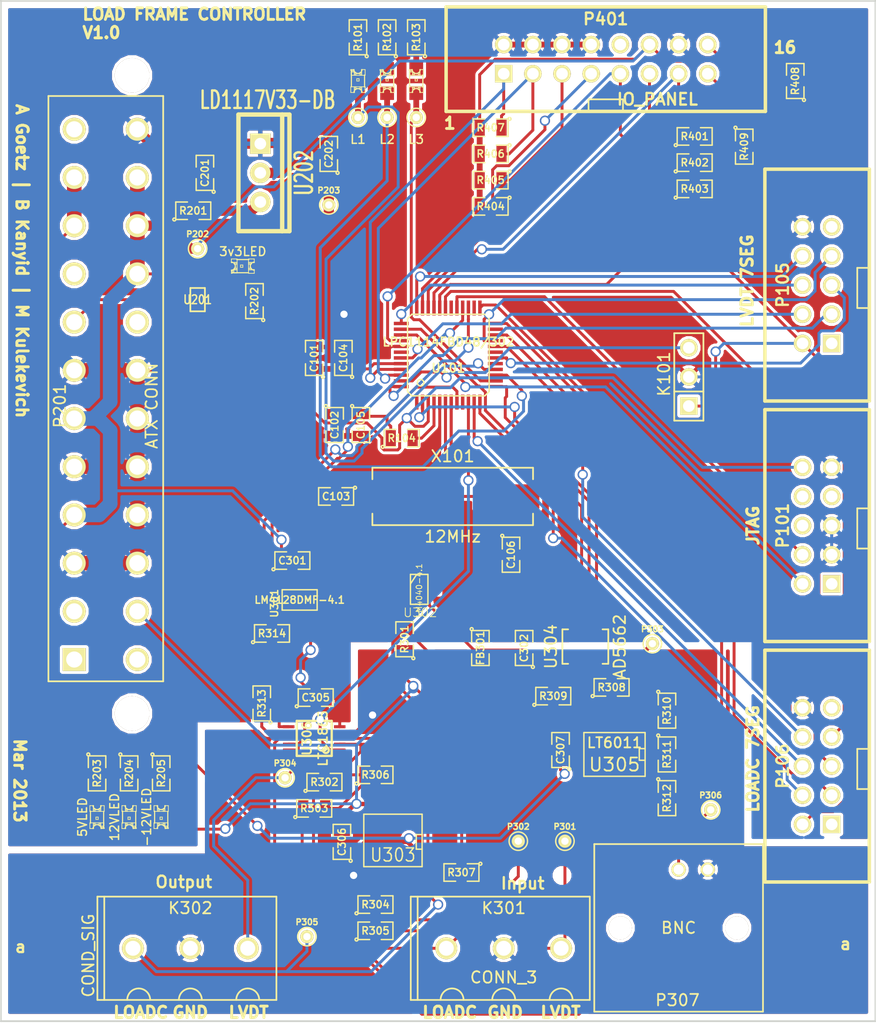
<source format=kicad_pcb>
(kicad_pcb (version 3) (host pcbnew "(2013-feb-26)-stable")
  (layers (15 F.Cu signal) (0 B.Cu signal) (18 B.Paste user) (19 F.Paste user) (20 B.SilkS user) (21 F.SilkS user) (22 B.Mask user) (23 F.Mask user) (28 Edge.Cuts user))
  (net 0 "")
  (net 1 +12V)
  (net 2 +3.3V)
  (net 3 +5V)
  (net 4 +5VA)
  (net 5 -12V)
  (net 6 "/Analog Frontend/ADCCLK")
  (net 7 "/Analog Frontend/ADCEN")
  (net 8 "/Analog Frontend/ADCI")
  (net 9 "/Analog Frontend/ADCO")
  (net 10 "/Analog Frontend/DACCLK")
  (net 11 "/Analog Frontend/DACIN")
  (net 12 "/Analog Frontend/~DACEN")
  (net 13 /InterfaceButtons/Aux1)
  (net 14 /InterfaceButtons/Aux2)
  (net 15 /InterfaceButtons/ESTOP)
  (net 16 /InterfaceButtons/EncoderA)
  (net 17 /InterfaceButtons/EncoderB)
  (net 18 /InterfaceButtons/TareLOADC)
  (net 19 /InterfaceButtons/TareLVDT)
  (net 20 /InterfaceButtons/ToggleA)
  (net 21 /InterfaceButtons/ToggleB)
  (net 22 /Power/PWRGD)
  (net 23 AGND)
  (net 24 GND)
  (net 25 N-0000010)
  (net 26 N-0000023)
  (net 27 N-0000024)
  (net 28 N-0000026)
  (net 29 N-0000027)
  (net 30 N-0000029)
  (net 31 N-0000030)
  (net 32 N-0000031)
  (net 33 N-0000032)
  (net 34 N-0000033)
  (net 35 N-0000034)
  (net 36 N-0000035)
  (net 37 N-0000037)
  (net 38 N-0000038)
  (net 39 N-0000041)
  (net 40 N-0000047)
  (net 41 N-0000048)
  (net 42 N-0000049)
  (net 43 N-0000050)
  (net 44 N-0000051)
  (net 45 N-0000052)
  (net 46 N-0000053)
  (net 47 N-0000054)
  (net 48 N-0000061)
  (net 49 N-0000065)
  (net 50 N-0000066)
  (net 51 N-0000068)
  (net 52 N-0000069)
  (net 53 N-0000070)
  (net 54 N-0000071)
  (net 55 N-0000072)
  (net 56 N-0000073)
  (net 57 N-0000074)
  (net 58 N-0000075)
  (net 59 N-0000076)
  (net 60 N-0000077)
  (net 61 N-0000082)
  (net 62 N-0000085)
  (net 63 N-0000086)
  (net 64 N-0000087)
  (net 65 N-0000088)
  (net 66 N-0000089)
  (net 67 N-000009)
  (module TO220_VERT_FIX (layer F.Cu) (at 45.466 34.29)
    (fp_text reference U202 (at 3.81 0 90) (layer F.SilkS) (effects (font (size 1.524 1.016) (thickness 0.2032))))
    (fp_text value LD1117V33-DB (at 0.635 -6.35) (layer F.SilkS) (effects (font (size 1.524 1.016) (thickness 0.2032))))
    (pad 2 thru_hole circle (at 0 0) (size 1.778 1.778) (drill 1.016) (layers *.Cu *.Mask F.SilkS) (net 2 +3.3V))
    (pad 3 thru_hole circle (at 0 2.54) (size 1.778 1.778) (drill 1.016) (layers *.Cu *.Mask F.SilkS) (net 65 N-0000088))
    (pad 1 thru_hole rect (at 0 -2.54) (size 1.778 1.778) (drill 1.016) (layers *.Cu *.Mask F.SilkS) (net 24 GND))
  )
  (module TE-1-1634612-0 (layer F.Cu) (at 81.915 100.076 180)
    (fp_text reference P307 (at 0.1 -6.3 180) (layer F.SilkS))
    (fp_text value BNC (at 0 0 180) (layer F.SilkS))
    (pad 1 thru_hole circle (at 0 5.08 180) (size 1.25 1.25) (drill 0.89) (layers *.Cu *.Mask F.SilkS) (net 57 N-0000074))
    (pad 2 thru_hole circle (at -2.54 5.08 180) (size 1.25 1.25) (drill 0.89) (layers *.Cu *.Mask F.SilkS) (net 23 AGND))
    (pad "" thru_hole circle (at 5.08 0 180) (size 2.01 2.01) (drill 2.009999) (layers *.Cu *.Mask F.SilkS))
    (pad "" thru_hole circle (at -5.08 0 180) (size 2.01 2.01) (drill 2.009999) (layers *.Cu *.Mask F.SilkS))
  )
  (module SOT353 (layer F.Cu) (at 40.005 45.339)
    (fp_text reference U201 (at 0 0 180) (layer F.SilkS) (effects (font (size 0.762 0.635) (thickness 0.127))))
    (fp_text value 74LVCE1G06 hide)
    (pad 1 smd rect (at -1.016 -0.635) (size 0.508 0.3048) (layers F.Cu F.Paste F.Mask))
    (pad 3 smd rect (at -1.016 0.635) (size 0.508 0.3048) (layers F.Cu F.Paste F.Mask) (net 24 GND))
    (pad 5 smd rect (at 1.016 -0.635) (size 0.508 0.3048) (layers F.Cu F.Paste F.Mask) (net 3 +5V))
    (pad 2 smd rect (at -1.016 0) (size 0.508 0.3048) (layers F.Cu F.Paste F.Mask) (net 66 N-0000089))
    (pad 4 smd rect (at 1.016 0.635) (size 0.508 0.3048) (layers F.Cu F.Paste F.Mask) (net 22 /Power/PWRGD))
  )
  (module SOT23-8 (layer F.Cu) (at 73.787 75.565)
    (fp_text reference U304 (at -3 0 90) (layer F.SilkS))
    (fp_text value AD5662 (at 3 0 90) (layer F.SilkS))
    (pad 1 smd rect (at -0.975 1.3) (size 0.45 1) (layers F.Cu F.Paste F.Mask) (net 4 +5VA))
    (pad 2 smd rect (at -0.325 1.3) (size 0.45 1) (layers F.Cu F.Paste F.Mask) (net 4 +5VA))
    (pad 3 smd rect (at 0.325 1.3) (size 0.45 1) (layers F.Cu F.Paste F.Mask) (net 54 N-0000071))
    (pad 4 smd rect (at 0.975 1.3) (size 0.45 1) (layers F.Cu F.Paste F.Mask) (net 54 N-0000071))
    (pad 5 smd rect (at 0.975 -1.3) (size 0.45 1) (layers F.Cu F.Paste F.Mask) (net 12 "/Analog Frontend/~DACEN"))
    (pad 6 smd rect (at 0.325 -1.3) (size 0.45 1) (layers F.Cu F.Paste F.Mask) (net 10 "/Analog Frontend/DACCLK"))
    (pad 7 smd rect (at -0.325 -1.3) (size 0.45 1) (layers F.Cu F.Paste F.Mask) (net 11 "/Analog Frontend/DACIN"))
    (pad 8 smd rect (at -0.975 -1.3) (size 0.45 1) (layers F.Cu F.Paste F.Mask) (net 24 GND))
  )
  (module SOT23-5 (layer F.Cu) (at 48.895 71.501 180)
    (fp_text reference U301 (at 2.19964 -0.29972 270) (layer F.SilkS) (effects (font (size 0.635 0.635) (thickness 0.127))))
    (fp_text value LM4128DMF-4.1 (at 0 0 180) (layer F.SilkS) (effects (font (size 0.635 0.635) (thickness 0.127))))
    (pad 1 smd rect (at -0.9525 1.27 180) (size 0.508 0.762) (layers F.Cu F.Paste F.Mask))
    (pad 3 smd rect (at 0.9525 1.27 180) (size 0.508 0.762) (layers F.Cu F.Paste F.Mask) (net 3 +5V))
    (pad 5 smd rect (at -0.9525 -1.27 180) (size 0.508 0.762) (layers F.Cu F.Paste F.Mask) (net 4 +5VA))
    (pad 2 smd rect (at 0 1.27 180) (size 0.508 0.762) (layers F.Cu F.Paste F.Mask) (net 24 GND))
    (pad 4 smd rect (at 0.9525 -1.27 180) (size 0.508 0.762) (layers F.Cu F.Paste F.Mask) (net 3 +5V))
  )
  (module SOT23 (layer F.Cu) (at 59.309 70.612 270)
    (fp_text reference U302 (at 1.99898 -0.09906 360) (layer F.SilkS) (effects (font (size 0.762 0.762) (thickness 0.0762))))
    (fp_text value LM4040-4.1 (at 0.0635 0 270) (layer F.SilkS) (effects (font (size 0.50038 0.50038) (thickness 0.0762))))
    (pad 3 smd rect (at 0 -1.27 270) (size 0.70104 1.00076) (layers F.Cu F.Paste F.Mask))
    (pad 2 smd rect (at 0.9525 1.27 270) (size 0.70104 1.00076) (layers F.Cu F.Paste F.Mask) (net 52 N-0000069))
    (pad 1 smd rect (at -0.9525 1.27 270) (size 0.70104 1.00076) (layers F.Cu F.Paste F.Mask) (net 24 GND))
  )
  (module SO8N (layer F.Cu) (at 57.023 92.456 180)
    (fp_text reference U303 (at 0 -1.27 180) (layer F.SilkS) (effects (font (size 1.143 1.016) (thickness 0.127))))
    (fp_text value LT6011 hide)
    (pad 8 smd rect (at -1.905 -3.175 180) (size 0.508 1.143) (layers F.Cu F.Paste F.Mask) (net 1 +12V))
    (pad 7 smd rect (at -0.635 -3.175 180) (size 0.508 1.143) (layers F.Cu F.Paste F.Mask) (net 56 N-0000073))
    (pad 6 smd rect (at 0.635 -3.175 180) (size 0.508 1.143) (layers F.Cu F.Paste F.Mask) (net 58 N-0000075))
    (pad 5 smd rect (at 1.905 -3.175 180) (size 0.508 1.143) (layers F.Cu F.Paste F.Mask) (net 23 AGND))
    (pad 4 smd rect (at 1.905 3.175 180) (size 0.508 1.143) (layers F.Cu F.Paste F.Mask) (net 5 -12V))
    (pad 3 smd rect (at 0.635 3.175 180) (size 0.508 1.143) (layers F.Cu F.Paste F.Mask) (net 23 AGND))
    (pad 2 smd rect (at -0.635 3.175 180) (size 0.508 1.143) (layers F.Cu F.Paste F.Mask) (net 49 N-0000065))
    (pad 1 smd rect (at -1.905 3.175 180) (size 0.508 1.143) (layers F.Cu F.Paste F.Mask) (net 50 N-0000066))
  )
  (module SO8E (layer F.Cu) (at 76.327 84.963 180)
    (fp_text reference U305 (at 0 -0.889 180) (layer F.SilkS) (effects (font (size 1.143 1.143) (thickness 0.1524))))
    (fp_text value LT6011 (at 0 1.016 180) (layer F.SilkS) (effects (font (size 0.889 0.889) (thickness 0.1524))))
    (pad 8 smd rect (at -1.905 -2.667 180) (size 0.59944 1.39954) (layers F.Cu F.Paste F.Mask) (net 1 +12V))
    (pad 1 smd rect (at -1.905 2.667 180) (size 0.59944 1.39954) (layers F.Cu F.Paste F.Mask) (net 59 N-0000076))
    (pad 7 smd rect (at -0.635 -2.667 180) (size 0.59944 1.39954) (layers F.Cu F.Paste F.Mask) (net 57 N-0000074))
    (pad 6 smd rect (at 0.635 -2.667 180) (size 0.59944 1.39954) (layers F.Cu F.Paste F.Mask) (net 60 N-0000077))
    (pad 5 smd rect (at 1.905 -2.667 180) (size 0.59944 1.39954) (layers F.Cu F.Paste F.Mask) (net 23 AGND))
    (pad 2 smd rect (at -0.635 2.667 180) (size 0.59944 1.39954) (layers F.Cu F.Paste F.Mask) (net 55 N-0000072))
    (pad 3 smd rect (at 0.635 2.667 180) (size 0.59944 1.39954) (layers F.Cu F.Paste F.Mask) (net 23 AGND))
    (pad 4 smd rect (at 1.905 2.667 180) (size 0.59944 1.39954) (layers F.Cu F.Paste F.Mask) (net 5 -12V))
  )
  (module SM0805 (layer F.Cu) (at 50.165 89.662)
    (fp_text reference R303 (at 0 0) (layer F.SilkS) (effects (font (size 0.635 0.635) (thickness 0.127))))
    (fp_text value 59k hide)
    (pad 1 smd rect (at -0.9525 0) (size 0.889 1.397) (layers F.Cu F.Paste F.Mask) (net 51 N-0000068))
    (pad 2 smd rect (at 0.9525 0) (size 0.889 1.397) (layers F.Cu F.Paste F.Mask) (net 49 N-0000065))
  )
  (module SM0805 (layer F.Cu) (at 55.499 100.33)
    (fp_text reference R305 (at 0 0) (layer F.SilkS) (effects (font (size 0.635 0.635) (thickness 0.127))))
    (fp_text value 59k hide)
    (pad 1 smd rect (at -0.9525 0) (size 0.889 1.397) (layers F.Cu F.Paste F.Mask) (net 53 N-0000070))
    (pad 2 smd rect (at 0.9525 0) (size 0.889 1.397) (layers F.Cu F.Paste F.Mask) (net 58 N-0000075))
  )
  (module SM0805 (layer F.Cu) (at 62.992 95.25 180)
    (fp_text reference R307 (at 0 0 180) (layer F.SilkS) (effects (font (size 0.635 0.635) (thickness 0.127))))
    (fp_text value 10k hide)
    (pad 1 smd rect (at -0.9525 0 180) (size 0.889 1.397) (layers F.Cu F.Paste F.Mask) (net 58 N-0000075))
    (pad 2 smd rect (at 0.9525 0 180) (size 0.889 1.397) (layers F.Cu F.Paste F.Mask) (net 56 N-0000073))
  )
  (module SM0805 (layer F.Cu) (at 58.039 74.93 90)
    (fp_text reference R301 (at 0 0 90) (layer F.SilkS) (effects (font (size 0.635 0.635) (thickness 0.127))))
    (fp_text value 500 hide)
    (pad 1 smd rect (at -0.9525 0 90) (size 0.889 1.397) (layers F.Cu F.Paste F.Mask) (net 5 -12V))
    (pad 2 smd rect (at 0.9525 0 90) (size 0.889 1.397) (layers F.Cu F.Paste F.Mask) (net 52 N-0000069))
  )
  (module SM0805 (layer F.Cu) (at 48.26 68.072)
    (fp_text reference C301 (at 0 0) (layer F.SilkS) (effects (font (size 0.635 0.635) (thickness 0.127))))
    (fp_text value 4.7u hide)
    (pad 1 smd rect (at -0.9525 0) (size 0.889 1.397) (layers F.Cu F.Paste F.Mask) (net 3 +5V))
    (pad 2 smd rect (at 0.9525 0) (size 0.889 1.397) (layers F.Cu F.Paste F.Mask) (net 24 GND))
  )
  (module SM0805 (layer F.Cu) (at 68.453 75.692 90)
    (fp_text reference C302 (at 0 0 90) (layer F.SilkS) (effects (font (size 0.635 0.635) (thickness 0.127))))
    (fp_text value 100n hide)
    (pad 1 smd rect (at -0.9525 0 90) (size 0.889 1.397) (layers F.Cu F.Paste F.Mask) (net 4 +5VA))
    (pad 2 smd rect (at 0.9525 0 90) (size 0.889 1.397) (layers F.Cu F.Paste F.Mask) (net 24 GND))
  )
  (module SM0805 (layer F.Cu) (at 50.292 80.01)
    (fp_text reference C305 (at 0 0) (layer F.SilkS) (effects (font (size 0.635 0.635) (thickness 0.127))))
    (fp_text value 100n hide)
    (pad 1 smd rect (at -0.9525 0) (size 0.889 1.397) (layers F.Cu F.Paste F.Mask) (net 4 +5VA))
    (pad 2 smd rect (at 0.9525 0) (size 0.889 1.397) (layers F.Cu F.Paste F.Mask) (net 24 GND))
  )
  (module SM0805 (layer F.Cu) (at 51.054 87.376)
    (fp_text reference R302 (at 0 0) (layer F.SilkS) (effects (font (size 0.635 0.635) (thickness 0.127))))
    (fp_text value 20k hide)
    (pad 1 smd rect (at -0.9525 0) (size 0.889 1.397) (layers F.Cu F.Paste F.Mask) (net 52 N-0000069))
    (pad 2 smd rect (at 0.9525 0) (size 0.889 1.397) (layers F.Cu F.Paste F.Mask) (net 49 N-0000065))
  )
  (module SM0805 (layer F.Cu) (at 55.499 86.741)
    (fp_text reference R306 (at 0 0) (layer F.SilkS) (effects (font (size 0.635 0.635) (thickness 0.127))))
    (fp_text value 10k hide)
    (pad 1 smd rect (at -0.9525 0) (size 0.889 1.397) (layers F.Cu F.Paste F.Mask) (net 49 N-0000065))
    (pad 2 smd rect (at 0.9525 0) (size 0.889 1.397) (layers F.Cu F.Paste F.Mask) (net 50 N-0000066))
  )
  (module SM0805 (layer F.Cu) (at 76.073 79.121)
    (fp_text reference R308 (at 0 0) (layer F.SilkS) (effects (font (size 0.635 0.635) (thickness 0.127))))
    (fp_text value 10k hide)
    (pad 1 smd rect (at -0.9525 0) (size 0.889 1.397) (layers F.Cu F.Paste F.Mask) (net 54 N-0000071))
    (pad 2 smd rect (at 0.9525 0) (size 0.889 1.397) (layers F.Cu F.Paste F.Mask) (net 55 N-0000072))
  )
  (module SM0805 (layer F.Cu) (at 70.993 79.883)
    (fp_text reference R309 (at 0 0) (layer F.SilkS) (effects (font (size 0.635 0.635) (thickness 0.127))))
    (fp_text value 20k hide)
    (pad 1 smd rect (at -0.9525 0) (size 0.889 1.397) (layers F.Cu F.Paste F.Mask) (net 52 N-0000069))
    (pad 2 smd rect (at 0.9525 0) (size 0.889 1.397) (layers F.Cu F.Paste F.Mask) (net 55 N-0000072))
  )
  (module SM0805 (layer F.Cu) (at 80.899 81.153 270)
    (fp_text reference R310 (at 0 0 270) (layer F.SilkS) (effects (font (size 0.635 0.635) (thickness 0.127))))
    (fp_text value 10k hide)
    (pad 1 smd rect (at -0.9525 0 270) (size 0.889 1.397) (layers F.Cu F.Paste F.Mask) (net 55 N-0000072))
    (pad 2 smd rect (at 0.9525 0 270) (size 0.889 1.397) (layers F.Cu F.Paste F.Mask) (net 59 N-0000076))
  )
  (module SM0805 (layer F.Cu) (at 80.899 84.963 270)
    (fp_text reference R311 (at 0 0 270) (layer F.SilkS) (effects (font (size 0.635 0.635) (thickness 0.127))))
    (fp_text value 17k hide)
    (pad 1 smd rect (at -0.9525 0 270) (size 0.889 1.397) (layers F.Cu F.Paste F.Mask) (net 59 N-0000076))
    (pad 2 smd rect (at 0.9525 0 270) (size 0.889 1.397) (layers F.Cu F.Paste F.Mask) (net 60 N-0000077))
  )
  (module SM0805 (layer F.Cu) (at 80.899 88.773 270)
    (fp_text reference R312 (at 0 0 270) (layer F.SilkS) (effects (font (size 0.635 0.635) (thickness 0.127))))
    (fp_text value 100k hide)
    (pad 1 smd rect (at -0.9525 0 270) (size 0.889 1.397) (layers F.Cu F.Paste F.Mask) (net 60 N-0000077))
    (pad 2 smd rect (at 0.9525 0 270) (size 0.889 1.397) (layers F.Cu F.Paste F.Mask) (net 57 N-0000074))
  )
  (module SM0805 (layer F.Cu) (at 64.643 75.692 270)
    (fp_text reference FB301 (at 0 0 270) (layer F.SilkS) (effects (font (size 0.635 0.635) (thickness 0.127))))
    (fp_text value FILTER hide)
    (pad 1 smd rect (at -0.9525 0 270) (size 0.889 1.397) (layers F.Cu F.Paste F.Mask) (net 24 GND))
    (pad 2 smd rect (at 0.9525 0 270) (size 0.889 1.397) (layers F.Cu F.Paste F.Mask) (net 23 AGND))
  )
  (module SM0805 (layer F.Cu) (at 65.532 30.353 180)
    (fp_text reference R407 (at 0 0 180) (layer F.SilkS) (effects (font (size 0.635 0.635) (thickness 0.127))))
    (fp_text value 10k hide)
    (pad 1 smd rect (at -0.9525 0 180) (size 0.889 1.397) (layers F.Cu F.Paste F.Mask) (net 19 /InterfaceButtons/TareLVDT))
    (pad 2 smd rect (at 0.9525 0 180) (size 0.889 1.397) (layers F.Cu F.Paste F.Mask) (net 3 +5V))
  )
  (module SM0805 (layer F.Cu) (at 65.532 32.639 180)
    (fp_text reference R406 (at 0 0 180) (layer F.SilkS) (effects (font (size 0.635 0.635) (thickness 0.127))))
    (fp_text value 10k hide)
    (pad 1 smd rect (at -0.9525 0 180) (size 0.889 1.397) (layers F.Cu F.Paste F.Mask) (net 18 /InterfaceButtons/TareLOADC))
    (pad 2 smd rect (at 0.9525 0 180) (size 0.889 1.397) (layers F.Cu F.Paste F.Mask) (net 3 +5V))
  )
  (module SM0805 (layer F.Cu) (at 65.532 34.925 180)
    (fp_text reference R405 (at 0 0 180) (layer F.SilkS) (effects (font (size 0.635 0.635) (thickness 0.127))))
    (fp_text value 10k hide)
    (pad 1 smd rect (at -0.9525 0 180) (size 0.889 1.397) (layers F.Cu F.Paste F.Mask) (net 15 /InterfaceButtons/ESTOP))
    (pad 2 smd rect (at 0.9525 0 180) (size 0.889 1.397) (layers F.Cu F.Paste F.Mask) (net 3 +5V))
  )
  (module SM0805 (layer F.Cu) (at 65.532 37.211 180)
    (fp_text reference R404 (at 0 0 180) (layer F.SilkS) (effects (font (size 0.635 0.635) (thickness 0.127))))
    (fp_text value 10k hide)
    (pad 1 smd rect (at -0.9525 0 180) (size 0.889 1.397) (layers F.Cu F.Paste F.Mask) (net 20 /InterfaceButtons/ToggleA))
    (pad 2 smd rect (at 0.9525 0 180) (size 0.889 1.397) (layers F.Cu F.Paste F.Mask) (net 3 +5V))
  )
  (module SM0805 (layer F.Cu) (at 83.312 35.687)
    (fp_text reference R403 (at 0 0) (layer F.SilkS) (effects (font (size 0.635 0.635) (thickness 0.127))))
    (fp_text value 10k hide)
    (pad 1 smd rect (at -0.9525 0) (size 0.889 1.397) (layers F.Cu F.Paste F.Mask) (net 21 /InterfaceButtons/ToggleB))
    (pad 2 smd rect (at 0.9525 0) (size 0.889 1.397) (layers F.Cu F.Paste F.Mask) (net 3 +5V))
  )
  (module SM0805 (layer F.Cu) (at 83.312 33.401)
    (fp_text reference R402 (at 0 0) (layer F.SilkS) (effects (font (size 0.635 0.635) (thickness 0.127))))
    (fp_text value 5.1k hide)
    (pad 1 smd rect (at -0.9525 0) (size 0.889 1.397) (layers F.Cu F.Paste F.Mask) (net 16 /InterfaceButtons/EncoderA))
    (pad 2 smd rect (at 0.9525 0) (size 0.889 1.397) (layers F.Cu F.Paste F.Mask) (net 3 +5V))
  )
  (module SM0805 (layer F.Cu) (at 83.312 31.115)
    (fp_text reference R401 (at 0 0) (layer F.SilkS) (effects (font (size 0.635 0.635) (thickness 0.127))))
    (fp_text value 5.1k hide)
    (pad 1 smd rect (at -0.9525 0) (size 0.889 1.397) (layers F.Cu F.Paste F.Mask) (net 17 /InterfaceButtons/EncoderB))
    (pad 2 smd rect (at 0.9525 0) (size 0.889 1.397) (layers F.Cu F.Paste F.Mask) (net 3 +5V))
  )
  (module SM0805 (layer F.Cu) (at 46.482 74.422)
    (fp_text reference R314 (at 0 0) (layer F.SilkS) (effects (font (size 0.635 0.635) (thickness 0.127))))
    (fp_text value 10k hide)
    (pad 1 smd rect (at -0.9525 0) (size 0.889 1.397) (layers F.Cu F.Paste F.Mask) (net 9 "/Analog Frontend/ADCO"))
    (pad 2 smd rect (at 0.9525 0) (size 0.889 1.397) (layers F.Cu F.Paste F.Mask) (net 24 GND))
  )
  (module SM0805 (layer F.Cu) (at 45.593 80.518 90)
    (fp_text reference R313 (at 0 0 90) (layer F.SilkS) (effects (font (size 0.635 0.635) (thickness 0.127))))
    (fp_text value 10k hide)
    (pad 1 smd rect (at -0.9525 0 90) (size 0.889 1.397) (layers F.Cu F.Paste F.Mask) (net 48 N-0000061))
    (pad 2 smd rect (at 0.9525 0 90) (size 0.889 1.397) (layers F.Cu F.Paste F.Mask) (net 9 "/Analog Frontend/ADCO"))
  )
  (module SM0805 (layer F.Cu) (at 52.705 50.419 90)
    (fp_text reference C104 (at 0 0 90) (layer F.SilkS) (effects (font (size 0.635 0.635) (thickness 0.127))))
    (fp_text value 10n hide)
    (pad 1 smd rect (at -0.9525 0 90) (size 0.889 1.397) (layers F.Cu F.Paste F.Mask) (net 2 +3.3V))
    (pad 2 smd rect (at 0.9525 0 90) (size 0.889 1.397) (layers F.Cu F.Paste F.Mask) (net 24 GND))
  )
  (module SM0805 (layer F.Cu) (at 52.07 62.484 180)
    (fp_text reference C103 (at 0 0 180) (layer F.SilkS) (effects (font (size 0.635 0.635) (thickness 0.127))))
    (fp_text value 18pF hide)
    (pad 1 smd rect (at -0.9525 0 180) (size 0.889 1.397) (layers F.Cu F.Paste F.Mask) (net 26 N-0000023))
    (pad 2 smd rect (at 0.9525 0 180) (size 0.889 1.397) (layers F.Cu F.Paste F.Mask) (net 24 GND))
  )
  (module SM0805 (layer F.Cu) (at 50.165 50.419 90)
    (fp_text reference C101 (at 0 0 90) (layer F.SilkS) (effects (font (size 0.635 0.635) (thickness 0.127))))
    (fp_text value 100n hide)
    (pad 1 smd rect (at -0.9525 0 90) (size 0.889 1.397) (layers F.Cu F.Paste F.Mask) (net 2 +3.3V))
    (pad 2 smd rect (at 0.9525 0 90) (size 0.889 1.397) (layers F.Cu F.Paste F.Mask) (net 24 GND))
  )
  (module SM0805 (layer F.Cu) (at 44.958 45.466 90)
    (fp_text reference R202 (at 0 0 90) (layer F.SilkS) (effects (font (size 0.635 0.635) (thickness 0.127))))
    (fp_text value 1.5k hide)
    (pad 1 smd rect (at -0.9525 0 90) (size 0.889 1.397) (layers F.Cu F.Paste F.Mask) (net 2 +3.3V))
    (pad 2 smd rect (at 0.9525 0 90) (size 0.889 1.397) (layers F.Cu F.Paste F.Mask) (net 61 N-0000082))
  )
  (module SM0805 (layer F.Cu) (at 51.435 32.639 90)
    (fp_text reference C202 (at 0 0 90) (layer F.SilkS) (effects (font (size 0.635 0.635) (thickness 0.127))))
    (fp_text value 1u hide)
    (pad 1 smd rect (at -0.9525 0 90) (size 0.889 1.397) (layers F.Cu F.Paste F.Mask) (net 2 +3.3V))
    (pad 2 smd rect (at 0.9525 0 90) (size 0.889 1.397) (layers F.Cu F.Paste F.Mask) (net 24 GND))
  )
  (module SM0805 (layer F.Cu) (at 40.64 34.29 90)
    (fp_text reference C201 (at 0 0 90) (layer F.SilkS) (effects (font (size 0.635 0.635) (thickness 0.127))))
    (fp_text value 1u hide)
    (pad 1 smd rect (at -0.9525 0 90) (size 0.889 1.397) (layers F.Cu F.Paste F.Mask) (net 65 N-0000088))
    (pad 2 smd rect (at 0.9525 0 90) (size 0.889 1.397) (layers F.Cu F.Paste F.Mask) (net 24 GND))
  )
  (module SM0805 (layer F.Cu) (at 54.229 56.261 270)
    (fp_text reference C105 (at 0 0 270) (layer F.SilkS) (effects (font (size 0.635 0.635) (thickness 0.127))))
    (fp_text value 10n hide)
    (pad 1 smd rect (at -0.9525 0 270) (size 0.889 1.397) (layers F.Cu F.Paste F.Mask) (net 2 +3.3V))
    (pad 2 smd rect (at 0.9525 0 270) (size 0.889 1.397) (layers F.Cu F.Paste F.Mask) (net 24 GND))
  )
  (module SM0805 (layer F.Cu) (at 53.975 22.479 90)
    (fp_text reference R101 (at 0 0 90) (layer F.SilkS) (effects (font (size 0.635 0.635) (thickness 0.127))))
    (fp_text value 1.5k hide)
    (pad 1 smd rect (at -0.9525 0 90) (size 0.889 1.397) (layers F.Cu F.Paste F.Mask) (net 45 N-0000052))
    (pad 2 smd rect (at 0.9525 0 90) (size 0.889 1.397) (layers F.Cu F.Paste F.Mask) (net 24 GND))
  )
  (module SM0805 (layer F.Cu) (at 51.943 56.261 270)
    (fp_text reference C102 (at 0 0 270) (layer F.SilkS) (effects (font (size 0.635 0.635) (thickness 0.127))))
    (fp_text value 100n hide)
    (pad 1 smd rect (at -0.9525 0 270) (size 0.889 1.397) (layers F.Cu F.Paste F.Mask) (net 2 +3.3V))
    (pad 2 smd rect (at 0.9525 0 270) (size 0.889 1.397) (layers F.Cu F.Paste F.Mask) (net 24 GND))
  )
  (module SM0805 (layer F.Cu) (at 39.624 37.592)
    (fp_text reference R201 (at 0 0) (layer F.SilkS) (effects (font (size 0.635 0.635) (thickness 0.127))))
    (fp_text value 0 hide)
    (pad 1 smd rect (at -0.9525 0) (size 0.889 1.397) (layers F.Cu F.Paste F.Mask) (net 3 +5V))
    (pad 2 smd rect (at 0.9525 0) (size 0.889 1.397) (layers F.Cu F.Paste F.Mask) (net 65 N-0000088))
  )
  (module SM0805 (layer F.Cu) (at 56.515 22.479 90)
    (fp_text reference R102 (at 0 0 90) (layer F.SilkS) (effects (font (size 0.635 0.635) (thickness 0.127))))
    (fp_text value 1.5k hide)
    (pad 1 smd rect (at -0.9525 0 90) (size 0.889 1.397) (layers F.Cu F.Paste F.Mask) (net 43 N-0000050))
    (pad 2 smd rect (at 0.9525 0 90) (size 0.889 1.397) (layers F.Cu F.Paste F.Mask) (net 24 GND))
  )
  (module SM0805 (layer F.Cu) (at 67.31 67.564 270)
    (fp_text reference C106 (at 0 0 270) (layer F.SilkS) (effects (font (size 0.635 0.635) (thickness 0.127))))
    (fp_text value 18pF hide)
    (pad 1 smd rect (at -0.9525 0 270) (size 0.889 1.397) (layers F.Cu F.Paste F.Mask) (net 27 N-0000024))
    (pad 2 smd rect (at 0.9525 0 270) (size 0.889 1.397) (layers F.Cu F.Paste F.Mask) (net 24 GND))
  )
  (module SM0805 (layer F.Cu) (at 59.055 22.479 90)
    (fp_text reference R103 (at 0 0 90) (layer F.SilkS) (effects (font (size 0.635 0.635) (thickness 0.127))))
    (fp_text value 1.5k hide)
    (pad 1 smd rect (at -0.9525 0 90) (size 0.889 1.397) (layers F.Cu F.Paste F.Mask) (net 47 N-0000054))
    (pad 2 smd rect (at 0.9525 0 90) (size 0.889 1.397) (layers F.Cu F.Paste F.Mask) (net 24 GND))
  )
  (module PINTST (layer F.Cu) (at 67.945 92.5195)
    (fp_text reference P302 (at 0 -1.26746) (layer F.SilkS) (effects (font (size 0.508 0.508) (thickness 0.127))))
    (fp_text value TST hide)
    (pad 1 thru_hole circle (at 0 0) (size 1.143 1.143) (drill 0.635) (layers *.Cu *.Mask F.SilkS) (net 53 N-0000070))
  )
  (module PINTST (layer F.Cu) (at 84.709 89.789)
    (fp_text reference P306 (at 0 -1.26746) (layer F.SilkS) (effects (font (size 0.508 0.508) (thickness 0.127))))
    (fp_text value TST hide)
    (pad 1 thru_hole circle (at 0 0) (size 1.143 1.143) (drill 0.635) (layers *.Cu *.Mask F.SilkS) (net 57 N-0000074))
  )
  (module PINTST (layer F.Cu) (at 72.009 92.5195)
    (fp_text reference P301 (at 0 -1.26746) (layer F.SilkS) (effects (font (size 0.508 0.508) (thickness 0.127))))
    (fp_text value TST hide)
    (pad 1 thru_hole circle (at 0 0) (size 1.143 1.143) (drill 0.635) (layers *.Cu *.Mask F.SilkS) (net 51 N-0000068))
  )
  (module PINTST (layer F.Cu) (at 79.629 75.311)
    (fp_text reference P303 (at 0 -1.26746) (layer F.SilkS) (effects (font (size 0.508 0.508) (thickness 0.127))))
    (fp_text value TST hide)
    (pad 1 thru_hole circle (at 0 0) (size 1.143 1.143) (drill 0.635) (layers *.Cu *.Mask F.SilkS) (net 54 N-0000071))
  )
  (module PINTST (layer F.Cu) (at 49.53 100.838)
    (fp_text reference P305 (at 0 -1.26746) (layer F.SilkS) (effects (font (size 0.508 0.508) (thickness 0.127))))
    (fp_text value TST hide)
    (pad 1 thru_hole circle (at 0 0) (size 1.143 1.143) (drill 0.635) (layers *.Cu *.Mask F.SilkS) (net 56 N-0000073))
  )
  (module PINTST (layer F.Cu) (at 47.625 86.995)
    (fp_text reference P304 (at 0 -1.26746) (layer F.SilkS) (effects (font (size 0.508 0.508) (thickness 0.127))))
    (fp_text value TST hide)
    (pad 1 thru_hole circle (at 0 0) (size 1.143 1.143) (drill 0.635) (layers *.Cu *.Mask F.SilkS) (net 50 N-0000066))
  )
  (module PINTST (layer F.Cu) (at 53.975 29.464)
    (fp_text reference P102 hide)
    (fp_text value TST hide)
    (pad 1 thru_hole circle (at 0 0) (size 1.143 1.143) (drill 0.635) (layers *.Cu *.Mask F.SilkS) (net 44 N-0000051))
  )
  (module PINTST (layer F.Cu) (at 56.515 29.464)
    (fp_text reference P103 hide)
    (fp_text value TST hide)
    (pad 1 thru_hole circle (at 0 0) (size 1.143 1.143) (drill 0.635) (layers *.Cu *.Mask F.SilkS) (net 42 N-0000049))
  )
  (module PINTST (layer F.Cu) (at 59.055 29.464)
    (fp_text reference P104 hide)
    (fp_text value TST hide)
    (pad 1 thru_hole circle (at 0 0) (size 1.143 1.143) (drill 0.635) (layers *.Cu *.Mask F.SilkS) (net 46 N-0000053))
  )
  (module PINTST (layer F.Cu) (at 40.005 40.894)
    (fp_text reference P202 (at 0 -1.26746) (layer F.SilkS) (effects (font (size 0.508 0.508) (thickness 0.127))))
    (fp_text value TST hide)
    (pad 1 thru_hole circle (at 0 0) (size 1.143 1.143) (drill 0.635) (layers *.Cu *.Mask F.SilkS) (net 3 +5V))
  )
  (module PINTST (layer F.Cu) (at 51.435 37.084)
    (fp_text reference P203 (at 0 -1.26746) (layer F.SilkS) (effects (font (size 0.508 0.508) (thickness 0.127))))
    (fp_text value TST hide)
    (pad 1 thru_hole circle (at 0 0) (size 1.143 1.143) (drill 0.635) (layers *.Cu *.Mask F.SilkS) (net 2 +3.3V))
  )
  (module PIN_ARRAY_3X1 (layer F.Cu) (at 82.804 52.07 90)
    (fp_text reference K101 (at 0.254 -2.159 90) (layer F.SilkS) (effects (font (size 1.016 1.016) (thickness 0.1524))))
    (fp_text value LCD hide)
    (pad 1 thru_hole rect (at -2.54 0 90) (size 1.524 1.524) (drill 1.016) (layers *.Cu *.Mask F.SilkS) (net 3 +5V))
    (pad 2 thru_hole circle (at 0 0 90) (size 1.524 1.524) (drill 1.016) (layers *.Cu *.Mask F.SilkS) (net 24 GND))
    (pad 3 thru_hole circle (at 2.54 0 90) (size 1.524 1.524) (drill 1.016) (layers *.Cu *.Mask F.SilkS) (net 39 N-0000041))
  )
  (module MSOP10-0.5 (layer F.Cu) (at 50.165 83.566 90)
    (fp_text reference U306 (at 0 -0.635 90) (layer F.SilkS) (effects (font (size 0.762 0.762) (thickness 0.1524))))
    (fp_text value LTC1865 (at 0 0.762 90) (layer F.SilkS) (effects (font (size 0.762 0.762) (thickness 0.1524))))
    (pad 1 smd rect (at -1.016 2.2225 90) (size 0.26924 1.00076) (layers F.Cu F.Paste F.Mask) (net 7 "/Analog Frontend/ADCEN"))
    (pad 2 smd rect (at -0.508 2.2225 90) (size 0.26924 1.00076) (layers F.Cu F.Paste F.Mask) (net 50 N-0000066))
    (pad 3 smd rect (at 0 2.2225 90) (size 0.26924 1.00076) (layers F.Cu F.Paste F.Mask) (net 56 N-0000073))
    (pad 4 smd rect (at 0.508 2.2225 90) (size 0.26924 1.00076) (layers F.Cu F.Paste F.Mask) (net 23 AGND))
    (pad 5 smd rect (at 1.016 2.2225 90) (size 0.26924 1.00076) (layers F.Cu F.Paste F.Mask) (net 24 GND))
    (pad 6 smd rect (at 1.016 -2.2225 90) (size 0.26924 1.00076) (layers F.Cu F.Paste F.Mask) (net 8 "/Analog Frontend/ADCI"))
    (pad 7 smd rect (at 0.508 -2.2225 90) (size 0.26924 1.00076) (layers F.Cu F.Paste F.Mask) (net 48 N-0000061))
    (pad 8 smd rect (at 0 -2.2225 90) (size 0.26924 1.00076) (layers F.Cu F.Paste F.Mask) (net 6 "/Analog Frontend/ADCCLK"))
    (pad 9 smd rect (at -0.508 -2.2225 90) (size 0.26924 1.00076) (layers F.Cu F.Paste F.Mask) (net 4 +5VA))
    (pad 10 smd rect (at -1.016 -2.2225 90) (size 0.26924 1.00076) (layers F.Cu F.Paste F.Mask) (net 4 +5VA))
  )
  (module lqfp48 (layer F.Cu) (at 61.849 50.165)
    (fp_text reference U101 (at 0 1.143) (layer F.SilkS) (effects (font (size 0.7493 0.7493) (thickness 0.14986))))
    (fp_text value LPC1114FBD48/302 (at 0 -1.143) (layer F.SilkS) (effects (font (size 0.7493 0.7493) (thickness 0.14986))))
    (pad 4 smd rect (at -1.24968 4.09956) (size 0.29972 1.30048) (layers F.Cu F.Paste F.Mask) (net 37 N-0000037))
    (pad 5 smd rect (at -0.7493 4.09956) (size 0.29972 1.30048) (layers F.Cu F.Paste F.Mask) (net 24 GND))
    (pad 6 smd rect (at -0.24892 4.09956) (size 0.29972 1.30048) (layers F.Cu F.Paste F.Mask) (net 26 N-0000023))
    (pad 7 smd rect (at 0.24892 4.09956) (size 0.29972 1.30048) (layers F.Cu F.Paste F.Mask) (net 27 N-0000024))
    (pad 8 smd rect (at 0.7493 4.09956) (size 0.29972 1.30048) (layers F.Cu F.Paste F.Mask) (net 2 +3.3V))
    (pad 1 smd rect (at -2.75082 4.09956) (size 0.29972 1.30048) (layers F.Cu F.Paste F.Mask))
    (pad 2 smd rect (at -2.25044 4.09956) (size 0.29972 1.30048) (layers F.Cu F.Paste F.Mask) (net 12 "/Analog Frontend/~DACEN"))
    (pad 3 smd rect (at -1.75006 4.09956) (size 0.29972 1.30048) (layers F.Cu F.Paste F.Mask) (net 22 /Power/PWRGD))
    (pad 13 smd rect (at 4.09956 2.75082) (size 1.30048 0.29972) (layers F.Cu F.Paste F.Mask) (net 10 "/Analog Frontend/DACCLK"))
    (pad 14 smd rect (at 4.09956 2.25044) (size 1.30048 0.29972) (layers F.Cu F.Paste F.Mask) (net 46 N-0000053))
    (pad 15 smd rect (at 4.09956 1.75006) (size 1.30048 0.29972) (layers F.Cu F.Paste F.Mask) (net 42 N-0000049))
    (pad 16 smd rect (at 4.09956 1.24968) (size 1.30048 0.29972) (layers F.Cu F.Paste F.Mask) (net 44 N-0000051))
    (pad 17 smd rect (at 4.09956 0.7493) (size 1.30048 0.29972) (layers F.Cu F.Paste F.Mask))
    (pad 18 smd rect (at 4.09956 0.24892) (size 1.30048 0.29972) (layers F.Cu F.Paste F.Mask) (net 31 N-0000030))
    (pad 19 smd rect (at 4.09956 -0.24892) (size 1.30048 0.29972) (layers F.Cu F.Paste F.Mask))
    (pad 20 smd rect (at 4.09956 -0.7493) (size 1.30048 0.29972) (layers F.Cu F.Paste F.Mask) (net 25 N-0000010))
    (pad 25 smd rect (at 2.75082 -4.09956) (size 0.29972 1.30048) (layers F.Cu F.Paste F.Mask) (net 30 N-0000029))
    (pad 26 smd rect (at 2.25044 -4.09956) (size 0.29972 1.30048) (layers F.Cu F.Paste F.Mask))
    (pad 27 smd rect (at 1.75006 -4.09956) (size 0.29972 1.30048) (layers F.Cu F.Paste F.Mask) (net 9 "/Analog Frontend/ADCO"))
    (pad 28 smd rect (at 1.24968 -4.09956) (size 0.29972 1.30048) (layers F.Cu F.Paste F.Mask) (net 8 "/Analog Frontend/ADCI"))
    (pad 29 smd rect (at 0.7493 -4.09956) (size 0.29972 1.30048) (layers F.Cu F.Paste F.Mask) (net 40 N-0000047))
    (pad 30 smd rect (at 0.24892 -4.09956) (size 0.29972 1.30048) (layers F.Cu F.Paste F.Mask))
    (pad 31 smd rect (at -0.24892 -4.09956) (size 0.29972 1.30048) (layers F.Cu F.Paste F.Mask) (net 34 N-0000033))
    (pad 32 smd rect (at -0.7493 -4.09956) (size 0.29972 1.30048) (layers F.Cu F.Paste F.Mask) (net 16 /InterfaceButtons/EncoderA))
    (pad 37 smd rect (at -4.09956 -2.75082) (size 1.30048 0.29972) (layers F.Cu F.Paste F.Mask) (net 28 N-0000026))
    (pad 38 smd rect (at -4.09956 -2.25044) (size 1.30048 0.29972) (layers F.Cu F.Paste F.Mask) (net 11 "/Analog Frontend/DACIN"))
    (pad 39 smd rect (at -4.09956 -1.75006) (size 1.30048 0.29972) (layers F.Cu F.Paste F.Mask) (net 41 N-0000048))
    (pad 40 smd rect (at -4.09956 -1.24968) (size 1.30048 0.29972) (layers F.Cu F.Paste F.Mask) (net 21 /InterfaceButtons/ToggleB))
    (pad 41 smd rect (at -4.09956 -0.7493) (size 1.30048 0.29972) (layers F.Cu F.Paste F.Mask) (net 24 GND))
    (pad 42 smd rect (at -4.09956 -0.24892) (size 1.30048 0.29972) (layers F.Cu F.Paste F.Mask))
    (pad 43 smd rect (at -4.09956 0.24892) (size 1.30048 0.29972) (layers F.Cu F.Paste F.Mask) (net 33 N-0000032))
    (pad 44 smd rect (at -4.09956 0.7493) (size 1.30048 0.29972) (layers F.Cu F.Paste F.Mask) (net 2 +3.3V))
    (pad 9 smd rect (at 1.24968 4.09956) (size 0.29972 1.30048) (layers F.Cu F.Paste F.Mask))
    (pad 10 smd rect (at 1.75006 4.09956) (size 0.29972 1.30048) (layers F.Cu F.Paste F.Mask) (net 7 "/Analog Frontend/ADCEN"))
    (pad 11 smd rect (at 2.25044 4.09956) (size 0.29972 1.30048) (layers F.Cu F.Paste F.Mask) (net 67 N-000009))
    (pad 12 smd rect (at 2.75082 4.09956) (size 0.29972 1.30048) (layers F.Cu F.Paste F.Mask) (net 36 N-0000035))
    (pad 21 smd rect (at 4.09956 -1.24968) (size 1.30048 0.29972) (layers F.Cu F.Paste F.Mask) (net 38 N-0000038))
    (pad 22 smd rect (at 4.09956 -1.75006) (size 1.30048 0.29972) (layers F.Cu F.Paste F.Mask) (net 6 "/Analog Frontend/ADCCLK"))
    (pad 23 smd rect (at 4.09956 -2.25044) (size 1.30048 0.29972) (layers F.Cu F.Paste F.Mask))
    (pad 24 smd rect (at 4.09956 -2.75082) (size 1.30048 0.29972) (layers F.Cu F.Paste F.Mask) (net 35 N-0000034))
    (pad 33 smd rect (at -1.24968 -4.09956) (size 0.29972 1.30048) (layers F.Cu F.Paste F.Mask) (net 17 /InterfaceButtons/EncoderB))
    (pad 34 smd rect (at -1.75006 -4.09956) (size 0.29972 1.30048) (layers F.Cu F.Paste F.Mask) (net 15 /InterfaceButtons/ESTOP))
    (pad 35 smd rect (at -2.25044 -4.09956) (size 0.29972 1.30048) (layers F.Cu F.Paste F.Mask) (net 20 /InterfaceButtons/ToggleA))
    (pad 36 smd rect (at -2.75082 -4.09956) (size 0.29972 1.30048) (layers F.Cu F.Paste F.Mask) (net 29 N-0000027))
    (pad 45 smd rect (at -4.09956 1.24968) (size 1.30048 0.29972) (layers F.Cu F.Paste F.Mask) (net 19 /InterfaceButtons/TareLVDT))
    (pad 46 smd rect (at -4.09956 1.75006) (size 1.30048 0.29972) (layers F.Cu F.Paste F.Mask) (net 18 /InterfaceButtons/TareLOADC))
    (pad 47 smd rect (at -4.09956 2.25044) (size 1.30048 0.29972) (layers F.Cu F.Paste F.Mask) (net 39 N-0000041))
    (pad 48 smd rect (at -4.09956 2.75082) (size 1.30048 0.29972) (layers F.Cu F.Paste F.Mask) (net 32 N-0000031))
  )
  (module LED-0805 (layer F.Cu) (at 53.975 26.289 90)
    (fp_text reference D101 hide)
    (fp_text value L1 (at -5.08 0 180) (layer F.SilkS) (effects (font (size 0.762 0.762) (thickness 0.127))))
    (pad 1 smd rect (at -1.04902 0 90) (size 1.19888 1.19888) (layers F.Cu F.Paste F.Mask) (net 44 N-0000051))
    (pad 2 smd rect (at 1.04902 0 90) (size 1.19888 1.19888) (layers F.Cu F.Paste F.Mask) (net 45 N-0000052))
  )
  (module LED-0805 (layer F.Cu) (at 56.515 26.289 90)
    (fp_text reference D102 hide)
    (fp_text value L2 (at -5.08 0 180) (layer F.SilkS) (effects (font (size 0.762 0.762) (thickness 0.127))))
    (pad 1 smd rect (at -1.04902 0 90) (size 1.19888 1.19888) (layers F.Cu F.Paste F.Mask) (net 42 N-0000049))
    (pad 2 smd rect (at 1.04902 0 90) (size 1.19888 1.19888) (layers F.Cu F.Paste F.Mask) (net 43 N-0000050))
  )
  (module LED-0805 (layer F.Cu) (at 59.055 26.289 90)
    (fp_text reference D103 hide)
    (fp_text value L3 (at -5.08 0 180) (layer F.SilkS) (effects (font (size 0.762 0.762) (thickness 0.127))))
    (pad 1 smd rect (at -1.04902 0 90) (size 1.19888 1.19888) (layers F.Cu F.Paste F.Mask) (net 46 N-0000053))
    (pad 2 smd rect (at 1.04902 0 90) (size 1.19888 1.19888) (layers F.Cu F.Paste F.Mask) (net 47 N-0000054))
  )
  (module HC-49-US (layer F.Cu) (at 62.23 62.484)
    (fp_text reference X101 (at 0 -3.5) (layer F.SilkS))
    (fp_text value 12MHz (at 0 3.5) (layer F.SilkS))
    (pad 1 smd rect (at -4.75 0) (size 5.6 2.1) (layers F.Cu F.Paste F.Mask) (net 26 N-0000023))
    (pad 2 smd rect (at 4.75 0) (size 5.6 2.1) (layers F.Cu F.Paste F.Mask) (net 27 N-0000024))
  )
  (module 39-29-9242 (layer F.Cu) (at 32.004 53.594 90)
    (fp_text reference P201 (at -1 -4 90) (layer F.SilkS))
    (fp_text value "ATX CONN" (at -1 4 90) (layer F.SilkS))
    (pad 1 thru_hole rect (at -23.1 -2.75 90) (size 2 2) (drill 1.4) (layers *.Cu *.Mask F.SilkS))
    (pad 2 thru_hole circle (at -18.9 -2.75 90) (size 2 2) (drill 1.4) (layers *.Cu *.Mask F.SilkS))
    (pad 3 thru_hole circle (at -14.7 -2.75 90) (size 2 2) (drill 1.4) (layers *.Cu *.Mask F.SilkS) (net 24 GND))
    (pad 4 thru_hole circle (at -10.5 -2.75 90) (size 2 2) (drill 1.4) (layers *.Cu *.Mask F.SilkS) (net 3 +5V))
    (pad 5 thru_hole circle (at -6.3 -2.75 90) (size 2 2) (drill 1.4) (layers *.Cu *.Mask F.SilkS) (net 24 GND))
    (pad 6 thru_hole circle (at -2.1 -2.75 90) (size 2 2) (drill 1.4) (layers *.Cu *.Mask F.SilkS) (net 3 +5V))
    (pad 7 thru_hole circle (at 2.1 -2.75 90) (size 2 2) (drill 1.4) (layers *.Cu *.Mask F.SilkS) (net 24 GND))
    (pad 8 thru_hole circle (at 6.3 -2.75 90) (size 2 2) (drill 1.4) (layers *.Cu *.Mask F.SilkS) (net 66 N-0000089))
    (pad 9 thru_hole circle (at 10.5 -2.75 90) (size 2 2) (drill 1.4) (layers *.Cu *.Mask F.SilkS))
    (pad 10 thru_hole circle (at 14.7 -2.75 90) (size 2 2) (drill 1.4) (layers *.Cu *.Mask F.SilkS) (net 1 +12V))
    (pad 11 thru_hole circle (at 18.9 -2.75 90) (size 2 2) (drill 1.4) (layers *.Cu *.Mask F.SilkS) (net 1 +12V))
    (pad 12 thru_hole circle (at 23.1 -2.75 90) (size 2 2) (drill 1.4) (layers *.Cu *.Mask F.SilkS))
    (pad 13 thru_hole circle (at -23.1 2.75 90) (size 2 2) (drill 1.4) (layers *.Cu *.Mask F.SilkS))
    (pad 14 thru_hole circle (at -18.9 2.75 90) (size 2 2) (drill 1.4) (layers *.Cu *.Mask F.SilkS) (net 5 -12V))
    (pad 15 thru_hole circle (at -14.7 2.75 90) (size 2 2) (drill 1.4) (layers *.Cu *.Mask F.SilkS) (net 24 GND))
    (pad 16 thru_hole circle (at -10.5 2.75 90) (size 2 2) (drill 1.4) (layers *.Cu *.Mask F.SilkS) (net 24 GND))
    (pad 17 thru_hole circle (at -6.3 2.75 90) (size 2 2) (drill 1.4) (layers *.Cu *.Mask F.SilkS) (net 24 GND))
    (pad 18 thru_hole circle (at -2.1 2.75 90) (size 2 2) (drill 1.4) (layers *.Cu *.Mask F.SilkS) (net 24 GND))
    (pad 19 thru_hole circle (at 2.1 2.75 90) (size 2 2) (drill 1.4) (layers *.Cu *.Mask F.SilkS) (net 24 GND))
    (pad 20 thru_hole circle (at 6.3 2.75 90) (size 2 2) (drill 1.4) (layers *.Cu *.Mask F.SilkS))
    (pad 21 thru_hole circle (at 10.5 2.75 90) (size 2 2) (drill 1.4) (layers *.Cu *.Mask F.SilkS) (net 3 +5V))
    (pad 22 thru_hole circle (at 14.7 2.75 90) (size 2 2) (drill 1.4) (layers *.Cu *.Mask F.SilkS) (net 3 +5V))
    (pad 23 thru_hole circle (at 18.9 2.75 90) (size 2 2) (drill 1.4) (layers *.Cu *.Mask F.SilkS) (net 3 +5V))
    (pad 24 thru_hole circle (at 23.1 2.75 90) (size 2 2) (drill 1.4) (layers *.Cu *.Mask F.SilkS) (net 24 GND))
    (pad "" thru_hole circle (at 27.8 2.29 90) (size 3 3) (drill 3) (layers *.Cu *.Mask F.SilkS))
    (pad "" thru_hole circle (at -27.8 2.29 90) (size 3 3) (drill 3) (layers *.Cu *.Mask F.SilkS))
  )
  (module SM0805 (layer F.Cu) (at 57.785 57.404)
    (fp_text reference R104 (at 0 0) (layer F.SilkS) (effects (font (size 0.635 0.635) (thickness 0.127))))
    (fp_text value 10k hide)
    (pad 1 smd rect (at -0.9525 0) (size 0.889 1.397) (layers F.Cu F.Paste F.Mask) (net 2 +3.3V))
    (pad 2 smd rect (at 0.9525 0) (size 0.889 1.397) (layers F.Cu F.Paste F.Mask) (net 37 N-0000037))
  )
  (module SM0805 (layer F.Cu) (at 31.242 86.614 270)
    (fp_text reference R203 (at 0 0 270) (layer F.SilkS) (effects (font (size 0.635 0.635) (thickness 0.127))))
    (fp_text value 1.5k hide)
    (pad 1 smd rect (at -0.9525 0 270) (size 0.889 1.397) (layers F.Cu F.Paste F.Mask) (net 3 +5V))
    (pad 2 smd rect (at 0.9525 0 270) (size 0.889 1.397) (layers F.Cu F.Paste F.Mask) (net 62 N-0000085))
  )
  (module SM0805 (layer F.Cu) (at 34.036 86.614 270)
    (fp_text reference R204 (at 0 0 270) (layer F.SilkS) (effects (font (size 0.635 0.635) (thickness 0.127))))
    (fp_text value 1.5k hide)
    (pad 1 smd rect (at -0.9525 0 270) (size 0.889 1.397) (layers F.Cu F.Paste F.Mask) (net 1 +12V))
    (pad 2 smd rect (at 0.9525 0 270) (size 0.889 1.397) (layers F.Cu F.Paste F.Mask) (net 64 N-0000087))
  )
  (module SM0805 (layer F.Cu) (at 36.83 86.614 270)
    (fp_text reference R205 (at 0 0 270) (layer F.SilkS) (effects (font (size 0.635 0.635) (thickness 0.127))))
    (fp_text value 1.5k hide)
    (pad 1 smd rect (at -0.9525 0 270) (size 0.889 1.397) (layers F.Cu F.Paste F.Mask) (net 24 GND))
    (pad 2 smd rect (at 0.9525 0 270) (size 0.889 1.397) (layers F.Cu F.Paste F.Mask) (net 63 N-0000086))
  )
  (module SM0805 (layer F.Cu) (at 87.63 32.004 270)
    (fp_text reference R409 (at 0 0 270) (layer F.SilkS) (effects (font (size 0.635 0.635) (thickness 0.127))))
    (fp_text value 10k hide)
    (pad 1 smd rect (at -0.9525 0 270) (size 0.889 1.397) (layers F.Cu F.Paste F.Mask) (net 13 /InterfaceButtons/Aux1))
    (pad 2 smd rect (at 0.9525 0 270) (size 0.889 1.397) (layers F.Cu F.Paste F.Mask) (net 3 +5V))
  )
  (module SM0805 (layer F.Cu) (at 92.075 26.289 90)
    (fp_text reference R408 (at 0 0 90) (layer F.SilkS) (effects (font (size 0.635 0.635) (thickness 0.127))))
    (fp_text value 10k hide)
    (pad 1 smd rect (at -0.9525 0 90) (size 0.889 1.397) (layers F.Cu F.Paste F.Mask) (net 14 /InterfaceButtons/Aux2))
    (pad 2 smd rect (at 0.9525 0 90) (size 0.889 1.397) (layers F.Cu F.Paste F.Mask) (net 3 +5V))
  )
  (module LED-0805 (layer F.Cu) (at 31.242 90.424 270)
    (fp_text reference D202 hide)
    (fp_text value 5VLED (at 0 1.27 270) (layer F.SilkS) (effects (font (size 0.762 0.762) (thickness 0.127))))
    (pad 1 smd rect (at -1.04902 0 270) (size 1.19888 1.19888) (layers F.Cu F.Paste F.Mask) (net 62 N-0000085))
    (pad 2 smd rect (at 1.04902 0 270) (size 1.19888 1.19888) (layers F.Cu F.Paste F.Mask) (net 24 GND))
  )
  (module LED-0805 (layer F.Cu) (at 34.036 90.424 270)
    (fp_text reference D203 hide)
    (fp_text value 12VLED (at 0 1.27 270) (layer F.SilkS) (effects (font (size 0.762 0.762) (thickness 0.127))))
    (pad 1 smd rect (at -1.04902 0 270) (size 1.19888 1.19888) (layers F.Cu F.Paste F.Mask) (net 64 N-0000087))
    (pad 2 smd rect (at 1.04902 0 270) (size 1.19888 1.19888) (layers F.Cu F.Paste F.Mask) (net 24 GND))
  )
  (module LED-0805 (layer F.Cu) (at 36.83 90.424 270)
    (fp_text reference D204 hide)
    (fp_text value -12VLED (at 0 1.27 270) (layer F.SilkS) (effects (font (size 0.762 0.762) (thickness 0.127))))
    (pad 1 smd rect (at -1.04902 0 270) (size 1.19888 1.19888) (layers F.Cu F.Paste F.Mask) (net 63 N-0000086))
    (pad 2 smd rect (at 1.04902 0 270) (size 1.19888 1.19888) (layers F.Cu F.Paste F.Mask) (net 5 -12V))
  )
  (module LED-0805 (layer F.Cu) (at 43.942 42.418 180)
    (fp_text reference D201 hide)
    (fp_text value 3v3LED (at 0 1.27 180) (layer F.SilkS) (effects (font (size 0.762 0.762) (thickness 0.127))))
    (pad 1 smd rect (at -1.04902 0 180) (size 1.19888 1.19888) (layers F.Cu F.Paste F.Mask) (net 61 N-0000082))
    (pad 2 smd rect (at 1.04902 0 180) (size 1.19888 1.19888) (layers F.Cu F.Paste F.Mask) (net 24 GND))
  )
  (module SM0805 (layer F.Cu) (at 71.628 84.582 90)
    (fp_text reference C307 (at 0 0 90) (layer F.SilkS) (effects (font (size 0.635 0.635) (thickness 0.127))))
    (fp_text value 100n hide)
    (pad 1 smd rect (at -0.9525 0 90) (size 0.889 1.397) (layers F.Cu F.Paste F.Mask) (net 1 +12V))
    (pad 2 smd rect (at 0.9525 0 90) (size 0.889 1.397) (layers F.Cu F.Paste F.Mask) (net 5 -12V))
  )
  (module SM0805 (layer F.Cu) (at 52.578 92.583 90)
    (fp_text reference C306 (at 0 0 90) (layer F.SilkS) (effects (font (size 0.635 0.635) (thickness 0.127))))
    (fp_text value 100n hide)
    (pad 1 smd rect (at -0.9525 0 90) (size 0.889 1.397) (layers F.Cu F.Paste F.Mask) (net 1 +12V))
    (pad 2 smd rect (at 0.9525 0 90) (size 0.889 1.397) (layers F.Cu F.Paste F.Mask) (net 5 -12V))
  )
  (module shrouded_8x2 (layer F.Cu) (at 75.565 24.384)
    (fp_text reference P401 (at 0 -3.5) (layer F.SilkS) (effects (font (size 1.016 1.016) (thickness 0.2032))))
    (fp_text value IO_PANEL (at 4.5 3.5) (layer F.SilkS) (effects (font (size 1.016 1.016) (thickness 0.2032))))
    (pad 1 thru_hole rect (at -8.89 1.27) (size 1.524 1.524) (drill 1.016) (layers *.Cu *.Mask F.SilkS) (net 19 /InterfaceButtons/TareLVDT))
    (pad 2 thru_hole circle (at -8.89 -1.27) (size 1.524 1.524) (drill 1.016) (layers *.Cu *.Mask F.SilkS) (net 24 GND))
    (pad 3 thru_hole circle (at -6.35 1.27) (size 1.524 1.524) (drill 1.016) (layers *.Cu *.Mask F.SilkS) (net 18 /InterfaceButtons/TareLOADC))
    (pad 4 thru_hole circle (at -6.35 -1.27) (size 1.524 1.524) (drill 1.016) (layers *.Cu *.Mask F.SilkS) (net 24 GND))
    (pad 5 thru_hole circle (at -3.81 1.27) (size 1.524 1.524) (drill 1.016) (layers *.Cu *.Mask F.SilkS) (net 15 /InterfaceButtons/ESTOP))
    (pad 6 thru_hole circle (at -3.81 -1.27) (size 1.524 1.524) (drill 1.016) (layers *.Cu *.Mask F.SilkS) (net 24 GND))
    (pad 7 thru_hole circle (at -1.27 1.27) (size 1.524 1.524) (drill 1.016) (layers *.Cu *.Mask F.SilkS) (net 20 /InterfaceButtons/ToggleA))
    (pad 8 thru_hole circle (at -1.27 -1.27) (size 1.524 1.524) (drill 1.016) (layers *.Cu *.Mask F.SilkS) (net 24 GND))
    (pad 9 thru_hole circle (at 1.27 1.27) (size 1.524 1.524) (drill 1.016) (layers *.Cu *.Mask F.SilkS) (net 21 /InterfaceButtons/ToggleB))
    (pad 10 thru_hole circle (at 1.27 -1.27) (size 1.524 1.524) (drill 1.016) (layers *.Cu *.Mask F.SilkS))
    (pad 11 thru_hole circle (at 3.81 1.27) (size 1.524 1.524) (drill 1.016) (layers *.Cu *.Mask F.SilkS) (net 16 /InterfaceButtons/EncoderA))
    (pad 12 thru_hole circle (at 3.81 -1.27) (size 1.524 1.524) (drill 1.016) (layers *.Cu *.Mask F.SilkS) (net 3 +5V))
    (pad 13 thru_hole circle (at 6.35 1.27) (size 1.524 1.524) (drill 1.016) (layers *.Cu *.Mask F.SilkS) (net 17 /InterfaceButtons/EncoderB))
    (pad 14 thru_hole circle (at 6.35 -1.27) (size 1.524 1.524) (drill 1.016) (layers *.Cu *.Mask F.SilkS) (net 24 GND))
    (pad 15 thru_hole circle (at 8.89 1.27) (size 1.524 1.524) (drill 1.016) (layers *.Cu *.Mask F.SilkS) (net 13 /InterfaceButtons/Aux1))
    (pad 16 thru_hole circle (at 8.89 -1.27) (size 1.524 1.524) (drill 1.016) (layers *.Cu *.Mask F.SilkS) (net 14 /InterfaceButtons/Aux2))
  )
  (module shrouded_5x2 (layer F.Cu) (at 93.98 65.024 90)
    (fp_text reference P101 (at 0 -3 90) (layer F.SilkS) (effects (font (size 1.016 1.016) (thickness 0.2032))))
    (fp_text value JTAG hide)
    (pad 1 thru_hole rect (at -5.08 1.27 90) (size 1.524 1.524) (drill 1.016) (layers *.Cu *.Mask F.SilkS))
    (pad 2 thru_hole circle (at -5.08 -1.27 90) (size 1.524 1.524) (drill 1.016) (layers *.Cu *.Mask F.SilkS) (net 41 N-0000048))
    (pad 3 thru_hole circle (at -2.54 1.27 90) (size 1.524 1.524) (drill 1.016) (layers *.Cu *.Mask F.SilkS) (net 24 GND))
    (pad 4 thru_hole circle (at -2.54 -1.27 90) (size 1.524 1.524) (drill 1.016) (layers *.Cu *.Mask F.SilkS) (net 40 N-0000047))
    (pad 5 thru_hole circle (at 0 1.27 90) (size 1.524 1.524) (drill 1.016) (layers *.Cu *.Mask F.SilkS) (net 24 GND))
    (pad 6 thru_hole circle (at 0 -1.27 90) (size 1.524 1.524) (drill 1.016) (layers *.Cu *.Mask F.SilkS))
    (pad 7 thru_hole circle (at 2.54 1.27 90) (size 1.524 1.524) (drill 1.016) (layers *.Cu *.Mask F.SilkS))
    (pad 8 thru_hole circle (at 2.54 -1.27 90) (size 1.524 1.524) (drill 1.016) (layers *.Cu *.Mask F.SilkS))
    (pad 9 thru_hole circle (at 5.08 1.27 90) (size 1.524 1.524) (drill 1.016) (layers *.Cu *.Mask F.SilkS) (net 24 GND))
    (pad 10 thru_hole circle (at 5.08 -1.27 90) (size 1.524 1.524) (drill 1.016) (layers *.Cu *.Mask F.SilkS) (net 22 /Power/PWRGD))
  )
  (module shrouded_5x2 (layer F.Cu) (at 93.98 85.979 90)
    (fp_text reference P106 (at 0 -3 90) (layer F.SilkS) (effects (font (size 1.016 1.016) (thickness 0.2032))))
    (fp_text value LOADC hide)
    (pad 1 thru_hole rect (at -5.08 1.27 90) (size 1.524 1.524) (drill 1.016) (layers *.Cu *.Mask F.SilkS))
    (pad 2 thru_hole circle (at -5.08 -1.27 90) (size 1.524 1.524) (drill 1.016) (layers *.Cu *.Mask F.SilkS) (net 3 +5V))
    (pad 3 thru_hole circle (at -2.54 1.27 90) (size 1.524 1.524) (drill 1.016) (layers *.Cu *.Mask F.SilkS) (net 35 N-0000034))
    (pad 4 thru_hole circle (at -2.54 -1.27 90) (size 1.524 1.524) (drill 1.016) (layers *.Cu *.Mask F.SilkS) (net 36 N-0000035))
    (pad 5 thru_hole circle (at 0 1.27 90) (size 1.524 1.524) (drill 1.016) (layers *.Cu *.Mask F.SilkS) (net 30 N-0000029))
    (pad 6 thru_hole circle (at 0 -1.27 90) (size 1.524 1.524) (drill 1.016) (layers *.Cu *.Mask F.SilkS) (net 67 N-000009))
    (pad 7 thru_hole circle (at 2.54 1.27 90) (size 1.524 1.524) (drill 1.016) (layers *.Cu *.Mask F.SilkS) (net 34 N-0000033))
    (pad 8 thru_hole circle (at 2.54 -1.27 90) (size 1.524 1.524) (drill 1.016) (layers *.Cu *.Mask F.SilkS) (net 25 N-0000010))
    (pad 9 thru_hole circle (at 5.08 1.27 90) (size 1.524 1.524) (drill 1.016) (layers *.Cu *.Mask F.SilkS))
    (pad 10 thru_hole circle (at 5.08 -1.27 90) (size 1.524 1.524) (drill 1.016) (layers *.Cu *.Mask F.SilkS) (net 24 GND))
  )
  (module shrouded_5x2 (layer F.Cu) (at 93.98 44.069 90)
    (fp_text reference P105 (at 0 -3 90) (layer F.SilkS) (effects (font (size 1.016 1.016) (thickness 0.2032))))
    (fp_text value LVDT hide)
    (pad 1 thru_hole rect (at -5.08 1.27 90) (size 1.524 1.524) (drill 1.016) (layers *.Cu *.Mask F.SilkS))
    (pad 2 thru_hole circle (at -5.08 -1.27 90) (size 1.524 1.524) (drill 1.016) (layers *.Cu *.Mask F.SilkS) (net 3 +5V))
    (pad 3 thru_hole circle (at -2.54 1.27 90) (size 1.524 1.524) (drill 1.016) (layers *.Cu *.Mask F.SilkS) (net 32 N-0000031))
    (pad 4 thru_hole circle (at -2.54 -1.27 90) (size 1.524 1.524) (drill 1.016) (layers *.Cu *.Mask F.SilkS) (net 33 N-0000032))
    (pad 5 thru_hole circle (at 0 1.27 90) (size 1.524 1.524) (drill 1.016) (layers *.Cu *.Mask F.SilkS) (net 31 N-0000030))
    (pad 6 thru_hole circle (at 0 -1.27 90) (size 1.524 1.524) (drill 1.016) (layers *.Cu *.Mask F.SilkS) (net 28 N-0000026))
    (pad 7 thru_hole circle (at 2.54 1.27 90) (size 1.524 1.524) (drill 1.016) (layers *.Cu *.Mask F.SilkS) (net 38 N-0000038))
    (pad 8 thru_hole circle (at 2.54 -1.27 90) (size 1.524 1.524) (drill 1.016) (layers *.Cu *.Mask F.SilkS) (net 29 N-0000027))
    (pad 9 thru_hole circle (at 5.08 1.27 90) (size 1.524 1.524) (drill 1.016) (layers *.Cu *.Mask F.SilkS))
    (pad 10 thru_hole circle (at 5.08 -1.27 90) (size 1.524 1.524) (drill 1.016) (layers *.Cu *.Mask F.SilkS) (net 24 GND))
  )
  (module SM0805 (layer F.Cu) (at 55.499 98.044)
    (fp_text reference R304 (at 0 0) (layer F.SilkS) (effects (font (size 0.635 0.635) (thickness 0.127))))
    (fp_text value 20k hide)
    (pad 1 smd rect (at -0.9525 0) (size 0.889 1.397) (layers F.Cu F.Paste F.Mask) (net 52 N-0000069))
    (pad 2 smd rect (at 0.9525 0) (size 0.889 1.397) (layers F.Cu F.Paste F.Mask) (net 58 N-0000075))
  )
  (module OSTTA030161 (layer F.Cu) (at 39.37 101.854)
    (fp_text reference K302 (at 0 -3.5) (layer F.SilkS))
    (fp_text value COND_SIG (at -8.89 0.635 90) (layer F.SilkS))
    (pad 1 thru_hole circle (at -5 0) (size 1.9 1.9) (drill 1.3) (layers *.Cu *.Mask F.SilkS) (net 56 N-0000073))
    (pad 2 thru_hole circle (at 0 0) (size 1.9 1.9) (drill 1.3) (layers *.Cu *.Mask F.SilkS) (net 23 AGND))
    (pad 3 thru_hole circle (at 5 0) (size 1.9 1.9) (drill 1.3) (layers *.Cu *.Mask F.SilkS) (net 50 N-0000066))
  )
  (module OSTTA030161 (layer F.Cu) (at 66.675 101.854)
    (fp_text reference K301 (at 0 -3.5) (layer F.SilkS))
    (fp_text value CONN_3 (at 0 2.54) (layer F.SilkS))
    (pad 1 thru_hole circle (at -5 0) (size 1.9 1.9) (drill 1.3) (layers *.Cu *.Mask F.SilkS) (net 53 N-0000070))
    (pad 2 thru_hole circle (at 0 0) (size 1.9 1.9) (drill 1.3) (layers *.Cu *.Mask F.SilkS) (net 23 AGND))
    (pad 3 thru_hole circle (at 5 0) (size 1.9 1.9) (drill 1.3) (layers *.Cu *.Mask F.SilkS) (net 51 N-0000068))
  )
  (gr_text Input (at 68.326 96.2025) (layer F.SilkS) (effects (font (size 1 1) (thickness 0.2032))))
  (gr_text Output (at 38.7985 96.0755) (layer F.SilkS) (effects (font (size 1 1) (thickness 0.2032))))
  (gr_text a (at 96.4565 101.473) (layer F.SilkS) (effects (font (size 1 1) (thickness 0.2032))))
  (gr_text a (at 24.5745 101.727) (layer F.SilkS) (effects (font (size 1 1) (thickness 0.2032))))
  (gr_text "Mar 2013" (at 24.511 87.249 270) (layer F.SilkS) (effects (font (size 1 1) (thickness 0.25))))
  (gr_text "LOAD FRAME CONTROLLER\nV1.0" (at 29.845 21.2725) (layer F.SilkS) (effects (font (size 1 1) (thickness 0.25)) (justify left)))
  (gr_text "A Goetz | B Kanyid | M Kulekevich" (at 24.7015 41.9735 270) (layer F.SilkS) (effects (font (size 1 1) (thickness 0.25))))
  (gr_text 16 (at 91.186 23.368) (layer F.SilkS) (effects (font (size 1 1) (thickness 0.25))))
  (gr_text 1 (at 61.976 29.972) (layer F.SilkS) (effects (font (size 1 1) (thickness 0.25))))
  (gr_text LOADC (at 35.052 107.442) (layer F.SilkS) (effects (font (size 1 1) (thickness 0.25))))
  (gr_text "LVDT\n" (at 44.45 107.442) (layer F.SilkS) (effects (font (size 1 1) (thickness 0.25))))
  (gr_text GND (at 39.37 107.442) (layer F.SilkS) (effects (font (size 1 1) (thickness 0.25))))
  (gr_text GND (at 66.802 107.442) (layer F.SilkS) (effects (font (size 1 1) (thickness 0.25))))
  (gr_text LOADC (at 61.976 107.442) (layer F.SilkS) (effects (font (size 1 1) (thickness 0.25))))
  (gr_text "LVDT\n" (at 71.628 107.442) (layer F.SilkS) (effects (font (size 1 1) (thickness 0.25))))
  (gr_line (start 22.86 19.304) (end 22.86 108.204) (angle 90) (layer Edge.Cuts) (width 0.15))
  (gr_line (start 99.06 19.304) (end 99.06 108.204) (angle 90) (layer Edge.Cuts) (width 0.15))
  (gr_text JTAG (at 88.392 65.024 90) (layer F.SilkS) (effects (font (size 1 1) (thickness 0.25))))
  (gr_text "LVDT 7SEG" (at 87.884 43.688 90) (layer F.SilkS) (effects (font (size 1 1) (thickness 0.25))))
  (gr_text "LOADC 7SEG" (at 88.392 85.344 90) (layer F.SilkS) (effects (font (size 1 1) (thickness 0.25))))
  (gr_line (start 99.06 108.204) (end 22.86 108.204) (angle 90) (layer Edge.Cuts) (width 0.15))
  (gr_line (start 22.86 19.304) (end 99.06 19.304) (angle 90) (layer Edge.Cuts) (width 0.15))
  (segment (start 34.036 85.6615) (end 34.036 84.582) (width 0.254) (layer F.Cu) (net 1))
  (segment (start 46.2896 92.2636) (end 58.4175 92.2636) (width 0.254) (layer B.Cu) (net 1))
  (segment (start 45.212 91.186) (end 46.2896 92.2636) (width 0.254) (layer B.Cu) (net 1))
  (via (at 45.212 91.186) (size 0.889) (layers F.Cu B.Cu) (net 1))
  (segment (start 38.1 84.074) (end 45.212 91.186) (width 0.254) (layer F.Cu) (net 1))
  (segment (start 34.544 84.074) (end 38.1 84.074) (width 0.254) (layer F.Cu) (net 1))
  (segment (start 34.036 84.582) (end 34.544 84.074) (width 0.254) (layer F.Cu) (net 1))
  (segment (start 34.036 85.6615) (end 34.036 86.233) (width 0.254) (layer F.Cu) (net 1))
  (segment (start 26.67 41.478) (end 29.254 38.894) (width 0.254) (layer F.Cu) (net 1))
  (segment (start 26.67 82.804) (end 26.67 41.478) (width 0.254) (layer F.Cu) (net 1))
  (segment (start 30.48 86.614) (end 26.67 82.804) (width 0.254) (layer F.Cu) (net 1))
  (segment (start 33.655 86.614) (end 30.48 86.614) (width 0.254) (layer F.Cu) (net 1))
  (segment (start 34.036 86.233) (end 33.655 86.614) (width 0.254) (layer F.Cu) (net 1))
  (via (at 58.4175 92.2636) (size 0.889) (layers F.Cu B.Cu) (net 1))
  (segment (start 58.4175 92.2636) (end 58.293 92.3881) (width 0.254) (layer F.Cu) (net 1))
  (segment (start 58.293 92.3881) (end 58.293 92.583) (width 0.254) (layer F.Cu) (net 1))
  (via (at 71.9843 86.6551) (size 0.889) (layers F.Cu B.Cu) (net 1))
  (segment (start 71.9843 86.6551) (end 71.6387 86.3095) (width 0.254) (layer F.Cu) (net 1))
  (segment (start 71.6387 86.3095) (end 71.628 86.3095) (width 0.254) (layer F.Cu) (net 1))
  (segment (start 71.9843 86.6551) (end 66.3758 92.2636) (width 0.254) (layer B.Cu) (net 1))
  (segment (start 66.3758 92.2636) (end 58.4175 92.2636) (width 0.254) (layer B.Cu) (net 1))
  (segment (start 71.628 85.5345) (end 71.628 86.3095) (width 0.254) (layer F.Cu) (net 1))
  (segment (start 52.5785 93.536) (end 52.578 93.536) (width 0.381) (layer F.Cu) (net 1))
  (segment (start 52.5785 93.536) (end 52.578 93.5355) (width 0.254) (layer F.Cu) (net 1))
  (segment (start 58.928 93.218) (end 58.293 92.583) (width 0.381) (layer F.Cu) (net 1))
  (segment (start 58.928 95.631) (end 58.928 93.218) (width 0.381) (layer F.Cu) (net 1))
  (segment (start 53.658 93.536) (end 52.5785 93.536) (width 0.381) (layer F.Cu) (net 1))
  (segment (start 58.293 92.583) (end 54.61 92.583) (width 0.381) (layer F.Cu) (net 1))
  (segment (start 54.61 92.583) (end 53.658 93.536) (width 0.381) (layer F.Cu) (net 1))
  (segment (start 29.254 34.694) (end 29.254 38.894) (width 1.27) (layer F.Cu) (net 1))
  (segment (start 71.6285 85.534) (end 71.628 85.534) (width 0.508) (layer F.Cu) (net 1))
  (segment (start 77.66 85.534) (end 71.6285 85.534) (width 0.508) (layer F.Cu) (net 1))
  (segment (start 78.232 86.106) (end 77.66 85.534) (width 0.508) (layer F.Cu) (net 1))
  (segment (start 78.232 87.63) (end 78.232 86.106) (width 0.508) (layer F.Cu) (net 1))
  (segment (start 71.6285 85.534) (end 71.628 85.5345) (width 0.254) (layer F.Cu) (net 1))
  (segment (start 52.705 51.372) (end 50.165 51.372) (width 0.508) (layer F.Cu) (net 2))
  (segment (start 44.958 46.418) (end 46.99 46.418) (width 0.381) (layer F.Cu) (net 2))
  (segment (start 46.99 46.418) (end 46.99 46.228) (width 0.381) (layer F.Cu) (net 2))
  (segment (start 46.99 42.799) (end 46.99 46.228) (width 0.889) (layer F.Cu) (net 2))
  (segment (start 51.435 38.354) (end 46.99 42.799) (width 0.889) (layer F.Cu) (net 2))
  (segment (start 51.435 37.084) (end 51.435 38.354) (width 0.889) (layer F.Cu) (net 2))
  (segment (start 47.942 51.372) (end 50.1645 51.372) (width 0.889) (layer F.Cu) (net 2))
  (segment (start 46.99 50.419) (end 47.942 51.372) (width 0.889) (layer F.Cu) (net 2))
  (segment (start 46.99 46.418) (end 46.99 50.419) (width 0.889) (layer F.Cu) (net 2))
  (segment (start 50.1645 51.372) (end 50.165 51.372) (width 0.889) (layer F.Cu) (net 2))
  (segment (start 50.1645 51.372) (end 50.165 51.3715) (width 0.254) (layer F.Cu) (net 2))
  (segment (start 51.9435 55.308) (end 51.943 55.308) (width 0.508) (layer F.Cu) (net 2))
  (segment (start 51.9435 55.308) (end 51.943 55.3085) (width 0.254) (layer F.Cu) (net 2))
  (segment (start 57.7493 50.9143) (end 57.749 50.914) (width 0.254) (layer F.Cu) (net 2))
  (segment (start 57.7494 50.9143) (end 57.7493 50.9143) (width 0.254) (layer F.Cu) (net 2))
  (segment (start 62.5983 54.2646) (end 62.598 54.2646) (width 0.254) (layer F.Cu) (net 2))
  (segment (start 62.598 54.265) (end 62.598 54.2646) (width 0.254) (layer F.Cu) (net 2))
  (segment (start 53.086 55.308) (end 51.9435 55.308) (width 0.508) (layer F.Cu) (net 2))
  (segment (start 54.928 51.372) (end 53.086 51.372) (width 0.254) (layer F.Cu) (net 2))
  (segment (start 55.385 50.914) (end 54.928 51.372) (width 0.254) (layer F.Cu) (net 2))
  (segment (start 57.749 50.914) (end 55.385 50.914) (width 0.254) (layer F.Cu) (net 2))
  (segment (start 51.435 33.5915) (end 51.435 33.592) (width 0.254) (layer F.Cu) (net 2))
  (segment (start 51.435 37.084) (end 51.435 33.592) (width 0.889) (layer F.Cu) (net 2))
  (segment (start 47.244 34.29) (end 45.466 34.29) (width 0.889) (layer F.Cu) (net 2))
  (segment (start 47.942 33.592) (end 47.244 34.29) (width 0.889) (layer F.Cu) (net 2))
  (segment (start 51.435 33.592) (end 47.942 33.592) (width 0.889) (layer F.Cu) (net 2))
  (segment (start 44.958 46.4185) (end 44.958 46.418) (width 0.254) (layer F.Cu) (net 2))
  (segment (start 52.7055 51.372) (end 52.705 51.372) (width 0.254) (layer F.Cu) (net 2))
  (segment (start 53.086 51.372) (end 52.7055 51.372) (width 0.254) (layer F.Cu) (net 2))
  (segment (start 52.7055 51.372) (end 52.705 51.3715) (width 0.254) (layer F.Cu) (net 2))
  (segment (start 53.086 51.372) (end 53.086 55.308) (width 0.254) (layer F.Cu) (net 2))
  (segment (start 54.229 55.308) (end 54.2285 55.308) (width 0.508) (layer F.Cu) (net 2))
  (segment (start 54.2285 55.308) (end 53.086 55.308) (width 0.508) (layer F.Cu) (net 2))
  (segment (start 54.2285 55.308) (end 54.229 55.3085) (width 0.254) (layer F.Cu) (net 2))
  (segment (start 54.42 55.499) (end 54.229 55.308) (width 0.254) (layer F.Cu) (net 2))
  (segment (start 56.515 55.499) (end 54.42 55.499) (width 0.254) (layer F.Cu) (net 2))
  (segment (start 59.055 52.959) (end 56.515 55.499) (width 0.254) (layer F.Cu) (net 2))
  (segment (start 62.23 52.959) (end 59.055 52.959) (width 0.254) (layer F.Cu) (net 2))
  (segment (start 62.598 53.327) (end 62.23 52.959) (width 0.254) (layer F.Cu) (net 2))
  (segment (start 62.598 54.2646) (end 62.598 53.327) (width 0.254) (layer F.Cu) (net 2))
  (segment (start 56.515 56.0575) (end 56.8325 56.375) (width 0.254) (layer F.Cu) (net 2))
  (segment (start 56.515 55.499) (end 56.515 56.0575) (width 0.254) (layer F.Cu) (net 2))
  (segment (start 56.8325 57.404) (end 56.8325 56.375) (width 0.254) (layer F.Cu) (net 2))
  (segment (start 82.804 54.61) (end 84.4804 54.61) (width 0.254) (layer F.Cu) (net 3))
  (segment (start 85.852 49.149) (end 92.71 49.149) (width 0.254) (layer B.Cu) (net 3))
  (segment (start 85.1408 49.8602) (end 85.852 49.149) (width 0.254) (layer B.Cu) (net 3))
  (via (at 85.1408 49.8602) (size 0.889) (layers F.Cu B.Cu) (net 3))
  (segment (start 85.1408 53.9496) (end 85.1408 49.8602) (width 0.254) (layer F.Cu) (net 3))
  (segment (start 84.4804 54.61) (end 85.1408 53.9496) (width 0.254) (layer F.Cu) (net 3))
  (segment (start 31.242 85.6615) (end 31.242 71.501) (width 0.254) (layer F.Cu) (net 3))
  (segment (start 27.305 66.043) (end 29.254 64.094) (width 0.254) (layer F.Cu) (net 3))
  (segment (start 27.305 68.834) (end 27.305 66.043) (width 0.254) (layer F.Cu) (net 3))
  (segment (start 29.21 70.739) (end 27.305 68.834) (width 0.254) (layer F.Cu) (net 3))
  (segment (start 30.48 70.739) (end 29.21 70.739) (width 0.254) (layer F.Cu) (net 3))
  (segment (start 31.242 71.501) (end 30.48 70.739) (width 0.254) (layer F.Cu) (net 3))
  (via (at 47.3075 66.2554) (size 0.889) (layers F.Cu B.Cu) (net 3))
  (segment (start 39.37 40.894) (end 37.37 38.894) (width 0.889) (layer F.Cu) (net 3))
  (segment (start 40.005 40.894) (end 39.37 40.894) (width 0.889) (layer F.Cu) (net 3))
  (segment (start 32.385 45.463) (end 34.754 43.094) (width 1.27) (layer B.Cu) (net 3))
  (segment (start 32.385 54.229) (end 32.385 45.463) (width 1.27) (layer B.Cu) (net 3))
  (segment (start 31.115 55.499) (end 32.385 54.229) (width 1.27) (layer B.Cu) (net 3))
  (segment (start 31.115 55.694) (end 31.115 55.499) (width 1.27) (layer B.Cu) (net 3))
  (segment (start 40.3 43.094) (end 34.754 43.094) (width 0.254) (layer F.Cu) (net 3))
  (segment (start 41.021 43.815) (end 40.3 43.094) (width 0.254) (layer F.Cu) (net 3))
  (segment (start 41.021 44.704) (end 41.021 43.815) (width 0.254) (layer F.Cu) (net 3))
  (segment (start 34.754 34.694) (end 34.754 38.894) (width 1.27) (layer F.Cu) (net 3))
  (segment (start 34.754 38.894) (end 34.754 43.094) (width 1.27) (layer F.Cu) (net 3))
  (segment (start 29.254 55.694) (end 31.115 55.694) (width 1.27) (layer B.Cu) (net 3))
  (segment (start 34.754 38.894) (end 37.37 38.894) (width 0.889) (layer F.Cu) (net 3))
  (segment (start 37.37 38.894) (end 38.6715 37.5925) (width 0.889) (layer F.Cu) (net 3))
  (segment (start 38.6715 37.5925) (end 38.672 37.592) (width 0.889) (layer F.Cu) (net 3))
  (segment (start 38.6715 37.5925) (end 38.6715 37.592) (width 0.254) (layer F.Cu) (net 3))
  (segment (start 84.2645 31.115) (end 84.264 31.115) (width 0.254) (layer F.Cu) (net 3))
  (segment (start 84.2645 35.687) (end 84.264 35.687) (width 0.254) (layer F.Cu) (net 3))
  (segment (start 47.942 71.7423) (end 47.942 72.771) (width 0.381) (layer F.Cu) (net 3))
  (segment (start 47.9425 71.7428) (end 47.9425 72.771) (width 0.254) (layer F.Cu) (net 3))
  (segment (start 47.942 71.7423) (end 47.9425 71.7428) (width 0.254) (layer F.Cu) (net 3))
  (segment (start 64.5795 34.0413) (end 64.5795 34.925) (width 0.254) (layer F.Cu) (net 3))
  (segment (start 64.58 34.0408) (end 64.5795 34.0413) (width 0.254) (layer F.Cu) (net 3))
  (segment (start 64.58 30.353) (end 64.58 32.1969) (width 0.508) (layer F.Cu) (net 3))
  (segment (start 64.58 32.1969) (end 64.58 34.0408) (width 0.508) (layer F.Cu) (net 3))
  (segment (start 64.5795 32.1974) (end 64.5795 32.639) (width 0.254) (layer F.Cu) (net 3))
  (segment (start 64.58 32.1969) (end 64.5795 32.1974) (width 0.254) (layer F.Cu) (net 3))
  (segment (start 64.58 34.0408) (end 64.58 35.6259) (width 0.508) (layer F.Cu) (net 3))
  (segment (start 64.58 35.6259) (end 64.58 37.211) (width 0.508) (layer F.Cu) (net 3))
  (segment (start 64.5795 35.6264) (end 64.5795 37.211) (width 0.254) (layer F.Cu) (net 3))
  (segment (start 64.58 35.6259) (end 64.5795 35.6264) (width 0.254) (layer F.Cu) (net 3))
  (segment (start 84.264 33.401) (end 84.2645 33.401) (width 0.254) (layer F.Cu) (net 3))
  (segment (start 84.264 33.401) (end 84.264 35.687) (width 0.508) (layer F.Cu) (net 3))
  (segment (start 40.005 40.5659) (end 40.005 40.894) (width 0.254) (layer B.Cu) (net 3))
  (segment (start 45.0613 35.5096) (end 40.005 40.5659) (width 0.254) (layer B.Cu) (net 3))
  (segment (start 46.6414 35.5096) (end 45.0613 35.5096) (width 0.254) (layer B.Cu) (net 3))
  (segment (start 57.6052 24.5458) (end 46.6414 35.5096) (width 0.254) (layer B.Cu) (net 3))
  (segment (start 77.9432 24.5458) (end 57.6052 24.5458) (width 0.254) (layer B.Cu) (net 3))
  (segment (start 79.375 23.114) (end 77.9432 24.5458) (width 0.254) (layer B.Cu) (net 3))
  (segment (start 80.8224 24.5614) (end 79.375 23.114) (width 0.254) (layer F.Cu) (net 3))
  (segment (start 82.4068 24.5614) (end 80.8224 24.5614) (width 0.254) (layer F.Cu) (net 3))
  (segment (start 83.185 25.3396) (end 82.4068 24.5614) (width 0.254) (layer F.Cu) (net 3))
  (segment (start 83.185 30.036) (end 83.185 25.3396) (width 0.254) (layer F.Cu) (net 3))
  (segment (start 84.264 31.115) (end 83.185 30.036) (width 0.254) (layer F.Cu) (net 3))
  (segment (start 92.5594 26.1115) (end 92.075 26.1115) (width 0.254) (layer F.Cu) (net 3))
  (segment (start 93.1041 26.6562) (end 92.5594 26.1115) (width 0.254) (layer F.Cu) (net 3))
  (segment (start 93.1041 28.5114) (end 93.1041 26.6562) (width 0.254) (layer F.Cu) (net 3))
  (segment (start 88.659 32.9565) (end 93.1041 28.5114) (width 0.254) (layer F.Cu) (net 3))
  (segment (start 87.63 32.9565) (end 88.659 32.9565) (width 0.254) (layer F.Cu) (net 3))
  (segment (start 92.075 25.3365) (end 92.075 26.1115) (width 0.254) (layer F.Cu) (net 3))
  (segment (start 47.308 68.072) (end 47.3075 68.072) (width 0.254) (layer F.Cu) (net 3))
  (segment (start 47.942 69.406) (end 47.942 70.489) (width 0.381) (layer F.Cu) (net 3))
  (segment (start 47.308 68.77) (end 47.942 69.406) (width 0.381) (layer F.Cu) (net 3))
  (segment (start 47.308 68.072) (end 47.308 68.77) (width 0.381) (layer F.Cu) (net 3))
  (segment (start 47.942 70.489) (end 47.942 71.7423) (width 0.381) (layer F.Cu) (net 3))
  (segment (start 47.9425 70.4885) (end 47.9425 70.231) (width 0.254) (layer F.Cu) (net 3))
  (segment (start 47.942 70.489) (end 47.9425 70.4885) (width 0.254) (layer F.Cu) (net 3))
  (segment (start 84.264 31.115) (end 84.264 32.4993) (width 0.508) (layer F.Cu) (net 3))
  (segment (start 84.264 32.4993) (end 84.264 33.401) (width 0.508) (layer F.Cu) (net 3))
  (segment (start 86.1438 32.4993) (end 86.601 32.9565) (width 0.254) (layer F.Cu) (net 3))
  (segment (start 84.264 32.4993) (end 86.1438 32.4993) (width 0.254) (layer F.Cu) (net 3))
  (segment (start 87.63 32.9565) (end 86.601 32.9565) (width 0.254) (layer F.Cu) (net 3))
  (segment (start 78.105 24.384) (end 79.375 23.114) (width 0.254) (layer F.Cu) (net 3))
  (segment (start 65.9336 24.384) (end 78.105 24.384) (width 0.254) (layer F.Cu) (net 3))
  (segment (start 64.58 25.7376) (end 65.9336 24.384) (width 0.254) (layer F.Cu) (net 3))
  (segment (start 64.58 30.353) (end 64.58 25.7376) (width 0.254) (layer F.Cu) (net 3))
  (segment (start 64.58 30.353) (end 64.5795 30.353) (width 0.254) (layer F.Cu) (net 3))
  (segment (start 84.2645 40.7035) (end 92.71 49.149) (width 0.254) (layer F.Cu) (net 3))
  (segment (start 84.2645 35.687) (end 84.2645 40.7035) (width 0.254) (layer F.Cu) (net 3))
  (segment (start 96.8001 53.2391) (end 92.71 49.149) (width 0.254) (layer F.Cu) (net 3))
  (segment (start 96.8001 88.5174) (end 96.8001 53.2391) (width 0.254) (layer F.Cu) (net 3))
  (segment (start 95.3667 89.9508) (end 96.8001 88.5174) (width 0.254) (layer F.Cu) (net 3))
  (segment (start 93.8182 89.9508) (end 95.3667 89.9508) (width 0.254) (layer F.Cu) (net 3))
  (segment (start 92.71 91.059) (end 93.8182 89.9508) (width 0.254) (layer F.Cu) (net 3))
  (segment (start 32.385 56.769) (end 32.385 61.994) (width 1.27) (layer B.Cu) (net 3))
  (segment (start 31.31 55.694) (end 32.385 56.769) (width 1.27) (layer B.Cu) (net 3))
  (segment (start 31.115 55.694) (end 31.31 55.694) (width 1.27) (layer B.Cu) (net 3))
  (segment (start 31.41 64.094) (end 29.254 64.094) (width 1.27) (layer B.Cu) (net 3))
  (segment (start 32.385 63.119) (end 31.41 64.094) (width 1.27) (layer B.Cu) (net 3))
  (segment (start 32.385 61.994) (end 32.385 63.119) (width 1.27) (layer B.Cu) (net 3))
  (segment (start 43.0461 61.994) (end 47.3075 66.2554) (width 0.254) (layer B.Cu) (net 3))
  (segment (start 32.385 61.994) (end 43.0461 61.994) (width 0.254) (layer B.Cu) (net 3))
  (segment (start 47.3075 66.2554) (end 47.3075 68.072) (width 0.254) (layer F.Cu) (net 3))
  (via (at 48.9747 78.2639) (size 0.889) (layers F.Cu B.Cu) (net 4))
  (segment (start 49.8475 72.771) (end 49.8475 75.8634) (width 0.254) (layer F.Cu) (net 4))
  (segment (start 49.3395 79.4955) (end 49.3395 78.981) (width 0.254) (layer F.Cu) (net 4))
  (segment (start 49.3395 78.981) (end 48.9747 78.6162) (width 0.254) (layer F.Cu) (net 4))
  (segment (start 48.9747 78.6162) (end 48.9747 78.2639) (width 0.254) (layer F.Cu) (net 4))
  (segment (start 48.9747 78.2639) (end 48.9747 76.7362) (width 0.254) (layer B.Cu) (net 4))
  (segment (start 48.9747 76.7362) (end 49.8475 75.8634) (width 0.254) (layer B.Cu) (net 4))
  (via (at 49.8475 75.8634) (size 0.889) (layers F.Cu B.Cu) (net 4))
  (segment (start 49.3395 80.01) (end 49.3395 79.4955) (width 0.254) (layer F.Cu) (net 4))
  (segment (start 49.34 80.01) (end 49.34 83.502) (width 0.254) (layer F.Cu) (net 4))
  (segment (start 49.34 83.502) (end 48.768 84.074) (width 0.254) (layer F.Cu) (net 4))
  (segment (start 48.768 84.074) (end 48.626 84.074) (width 0.254) (layer F.Cu) (net 4))
  (segment (start 49.3395 79.4955) (end 49.34 79.496) (width 0.254) (layer F.Cu) (net 4))
  (segment (start 49.34 79.496) (end 49.34 80.01) (width 0.254) (layer F.Cu) (net 4))
  (segment (start 73.462 76.865) (end 72.812 76.865) (width 0.381) (layer F.Cu) (net 4))
  (segment (start 47.9425 84.074) (end 47.942 84.074) (width 0.254) (layer F.Cu) (net 4))
  (segment (start 68.674 76.865) (end 68.5635 76.7545) (width 0.381) (layer F.Cu) (net 4))
  (segment (start 72.812 76.865) (end 68.674 76.865) (width 0.381) (layer F.Cu) (net 4))
  (segment (start 68.563 76.7545) (end 68.453 76.6445) (width 0.254) (layer F.Cu) (net 4))
  (segment (start 68.5635 76.7545) (end 68.563 76.7545) (width 0.254) (layer F.Cu) (net 4))
  (segment (start 68.5635 76.7545) (end 68.453 76.644) (width 0.381) (layer F.Cu) (net 4))
  (segment (start 47.9425 84.582) (end 48.7734 84.582) (width 0.254) (layer F.Cu) (net 4))
  (segment (start 48.626 84.074) (end 47.9425 84.074) (width 0.254) (layer F.Cu) (net 4))
  (segment (start 48.7734 84.2214) (end 48.7734 84.582) (width 0.254) (layer F.Cu) (net 4))
  (segment (start 48.626 84.074) (end 48.7734 84.2214) (width 0.254) (layer F.Cu) (net 4))
  (segment (start 68.453 76.644) (end 68.453 75.8695) (width 0.254) (layer F.Cu) (net 4))
  (segment (start 49.8475 72.771) (end 49.8475 72.0595) (width 0.254) (layer F.Cu) (net 4))
  (segment (start 51.4811 70.4259) (end 49.8475 72.0595) (width 0.254) (layer F.Cu) (net 4))
  (segment (start 58.8833 70.4259) (end 51.4811 70.4259) (width 0.254) (layer F.Cu) (net 4))
  (segment (start 60.1956 71.7382) (end 58.8833 70.4259) (width 0.254) (layer F.Cu) (net 4))
  (segment (start 60.1956 71.9808) (end 60.1956 71.7382) (width 0.254) (layer F.Cu) (net 4))
  (segment (start 64.0843 75.8695) (end 60.1956 71.9808) (width 0.254) (layer F.Cu) (net 4))
  (segment (start 68.453 75.8695) (end 64.0843 75.8695) (width 0.254) (layer F.Cu) (net 4))
  (segment (start 36.83 91.47302) (end 42.38498 91.47302) (width 0.254) (layer F.Cu) (net 5))
  (segment (start 44.5935 89.2645) (end 53.8498 89.2645) (width 0.254) (layer B.Cu) (net 5))
  (segment (start 42.418 91.44) (end 44.5935 89.2645) (width 0.254) (layer B.Cu) (net 5))
  (via (at 42.418 91.44) (size 0.889) (layers F.Cu B.Cu) (net 5))
  (segment (start 42.38498 91.47302) (end 42.418 91.44) (width 0.254) (layer F.Cu) (net 5))
  (via (at 53.8498 89.2645) (size 0.889) (layers F.Cu B.Cu) (net 5))
  (via (at 58.7963 78.998) (size 0.889) (layers F.Cu B.Cu) (net 5))
  (segment (start 58.7963 79.2075) (end 58.7963 78.998) (width 0.889) (layer B.Cu) (net 5))
  (segment (start 53.8498 84.154) (end 58.7963 79.2075) (width 0.254) (layer B.Cu) (net 5))
  (segment (start 52.578 90.424) (end 52.578 91.63) (width 0.381) (layer F.Cu) (net 5))
  (segment (start 53.721 89.281) (end 52.578 90.424) (width 0.381) (layer F.Cu) (net 5))
  (segment (start 53.8498 89.281) (end 53.721 89.281) (width 0.381) (layer F.Cu) (net 5))
  (segment (start 55.118 89.281) (end 53.8498 89.281) (width 0.381) (layer F.Cu) (net 5))
  (segment (start 53.8498 89.281) (end 53.8498 89.2645) (width 0.254) (layer F.Cu) (net 5))
  (segment (start 52.578 91.6305) (end 52.578 91.63) (width 0.254) (layer F.Cu) (net 5))
  (segment (start 46.414 84.154) (end 53.8498 84.154) (width 0.254) (layer B.Cu) (net 5))
  (segment (start 34.754 72.494) (end 46.414 84.154) (width 0.254) (layer B.Cu) (net 5))
  (segment (start 53.8498 89.2645) (end 53.8498 84.154) (width 0.254) (layer B.Cu) (net 5))
  (segment (start 58.039 78.2407) (end 58.039 75.8825) (width 0.254) (layer F.Cu) (net 5))
  (segment (start 58.7963 78.998) (end 58.039 78.2407) (width 0.254) (layer F.Cu) (net 5))
  (segment (start 72.58 83.63) (end 71.628 83.63) (width 0.381) (layer F.Cu) (net 5))
  (segment (start 73.914 82.296) (end 72.58 83.63) (width 0.381) (layer F.Cu) (net 5))
  (segment (start 74.422 82.296) (end 73.914 82.296) (width 0.381) (layer F.Cu) (net 5))
  (segment (start 71.628 83.63) (end 71.628 83.6295) (width 0.254) (layer F.Cu) (net 5))
  (segment (start 63.4278 83.6295) (end 58.7963 78.998) (width 0.254) (layer F.Cu) (net 5))
  (segment (start 71.628 83.6295) (end 63.4278 83.6295) (width 0.254) (layer F.Cu) (net 5))
  (segment (start 47.9425 83.566) (end 47.1116 83.566) (width 0.254) (layer F.Cu) (net 6))
  (segment (start 65.9486 48.4149) (end 66.9293 48.4149) (width 0.254) (layer F.Cu) (net 6))
  (segment (start 46.7157 83.9619) (end 47.1116 83.566) (width 0.254) (layer F.Cu) (net 6))
  (segment (start 46.7157 94.7728) (end 46.7157 83.9619) (width 0.254) (layer F.Cu) (net 6))
  (segment (start 66.9293 48.4149) (end 85.6594 67.145) (width 0.254) (layer F.Cu) (net 6))
  (segment (start 59.5399 107.597) (end 46.7157 94.7728) (width 0.254) (layer F.Cu) (net 6))
  (segment (start 73.2292 107.597) (end 59.5399 107.597) (width 0.254) (layer F.Cu) (net 6))
  (segment (start 85.6594 95.1668) (end 73.2292 107.597) (width 0.254) (layer F.Cu) (net 6))
  (segment (start 85.6594 67.145) (end 85.6594 95.1668) (width 0.254) (layer F.Cu) (net 6))
  (via (at 63.5991 61.0806) (size 0.889) (layers F.Cu B.Cu) (net 7))
  (via (at 50.6771 81.9268) (size 0.889) (layers F.Cu B.Cu) (net 7))
  (segment (start 50.6771 83.7025) (end 51.5566 84.582) (width 0.254) (layer F.Cu) (net 7))
  (segment (start 50.6771 81.9268) (end 50.6771 83.7025) (width 0.254) (layer F.Cu) (net 7))
  (segment (start 52.3875 84.582) (end 51.5566 84.582) (width 0.254) (layer F.Cu) (net 7))
  (segment (start 63.5991 69.0048) (end 63.5991 61.0806) (width 0.254) (layer B.Cu) (net 7))
  (segment (start 50.6771 81.9268) (end 63.5991 69.0048) (width 0.254) (layer B.Cu) (net 7))
  (segment (start 63.5991 54.2646) (end 63.5991 61.0806) (width 0.254) (layer F.Cu) (net 7))
  (segment (start 46.4916 72.65) (end 46.4916 64.8542) (width 0.254) (layer F.Cu) (net 8))
  (segment (start 46.5586 72.717) (end 46.4916 72.65) (width 0.254) (layer F.Cu) (net 8))
  (segment (start 46.5586 78.0529) (end 46.5586 72.717) (width 0.254) (layer F.Cu) (net 8))
  (via (at 61.9837 48.2506) (size 0.889) (layers F.Cu B.Cu) (net 8))
  (via (at 53.0961 58.1448) (size 0.889) (layers F.Cu B.Cu) (net 8))
  (segment (start 47.9425 82.55) (end 47.1116 82.55) (width 0.254) (layer F.Cu) (net 8))
  (segment (start 53.0961 58.3971) (end 53.0961 58.1448) (width 0.254) (layer F.Cu) (net 8))
  (segment (start 52.3247 59.1685) (end 53.0961 58.3971) (width 0.254) (layer F.Cu) (net 8))
  (segment (start 52.1773 59.1685) (end 52.3247 59.1685) (width 0.254) (layer F.Cu) (net 8))
  (segment (start 46.4916 64.8542) (end 52.1773 59.1685) (width 0.254) (layer F.Cu) (net 8))
  (segment (start 47.1116 78.6059) (end 46.5586 78.0529) (width 0.254) (layer F.Cu) (net 8))
  (segment (start 47.1116 82.55) (end 47.1116 78.6059) (width 0.254) (layer F.Cu) (net 8))
  (segment (start 63.0987 47.1356) (end 61.9837 48.2506) (width 0.254) (layer F.Cu) (net 8))
  (segment (start 63.0987 46.0654) (end 63.0987 47.1356) (width 0.254) (layer F.Cu) (net 8))
  (segment (start 61.6593 48.2506) (end 61.9837 48.2506) (width 0.254) (layer B.Cu) (net 8))
  (segment (start 59.4874 50.4225) (end 61.6593 48.2506) (width 0.254) (layer B.Cu) (net 8))
  (segment (start 59.2635 50.4225) (end 59.4874 50.4225) (width 0.254) (layer B.Cu) (net 8))
  (segment (start 53.0961 56.5899) (end 59.2635 50.4225) (width 0.254) (layer B.Cu) (net 8))
  (segment (start 53.0961 58.1448) (end 53.0961 56.5899) (width 0.254) (layer B.Cu) (net 8))
  (segment (start 45.80055 64.59655) (end 45.80055 74.15095) (width 0.254) (layer F.Cu) (net 9))
  (segment (start 45.80055 74.15095) (end 45.5295 74.422) (width 0.254) (layer F.Cu) (net 9))
  (segment (start 45.5295 74.422) (end 45.5295 79.502) (width 0.254) (layer F.Cu) (net 9))
  (segment (start 45.5295 79.502) (end 45.593 79.5655) (width 0.254) (layer F.Cu) (net 9))
  (segment (start 45.80055 64.59655) (end 52.0036 58.3935) (width 0.254) (layer F.Cu) (net 9))
  (via (at 52.0036 58.3935) (size 0.889) (layers F.Cu B.Cu) (net 9))
  (segment (start 63.5957 49.5185) (end 62.4408 50.6734) (width 0.254) (layer B.Cu) (net 9))
  (segment (start 62.4408 50.6734) (end 61.3431 50.6734) (width 0.254) (layer B.Cu) (net 9))
  (segment (start 61.3431 50.6734) (end 53.8712 58.1453) (width 0.254) (layer B.Cu) (net 9))
  (segment (start 53.8712 58.1453) (end 53.8712 58.5219) (width 0.254) (layer B.Cu) (net 9))
  (segment (start 53.8712 58.5219) (end 53.4706 58.9225) (width 0.254) (layer B.Cu) (net 9))
  (segment (start 53.4706 58.9225) (end 52.5326 58.9225) (width 0.254) (layer B.Cu) (net 9))
  (segment (start 52.5326 58.9225) (end 52.0036 58.3935) (width 0.254) (layer B.Cu) (net 9))
  (segment (start 63.5991 47.0461) (end 63.5957 47.0495) (width 0.254) (layer F.Cu) (net 9))
  (segment (start 63.5957 47.0495) (end 63.5957 49.5185) (width 0.254) (layer F.Cu) (net 9))
  (segment (start 63.5991 46.0654) (end 63.5991 47.0461) (width 0.254) (layer F.Cu) (net 9))
  (via (at 63.5957 49.5185) (size 0.889) (layers F.Cu B.Cu) (net 9))
  (segment (start 45.6885 79.4705) (end 45.593 79.566) (width 0.254) (layer F.Cu) (net 9))
  (segment (start 45.688 79.4705) (end 45.593 79.5655) (width 0.254) (layer F.Cu) (net 9))
  (segment (start 45.6885 79.4705) (end 45.688 79.4705) (width 0.254) (layer F.Cu) (net 9))
  (segment (start 74.112 62.9142) (end 74.112 74.265) (width 0.254) (layer F.Cu) (net 10))
  (segment (start 66.8066 55.6088) (end 74.112 62.9142) (width 0.254) (layer F.Cu) (net 10))
  (segment (start 66.8066 53.8928) (end 66.8066 55.6088) (width 0.254) (layer F.Cu) (net 10))
  (segment (start 66.9293 53.7701) (end 66.8066 53.8928) (width 0.254) (layer F.Cu) (net 10))
  (segment (start 66.9293 52.9158) (end 66.9293 53.7701) (width 0.254) (layer F.Cu) (net 10))
  (segment (start 65.9486 52.9158) (end 66.9293 52.9158) (width 0.254) (layer F.Cu) (net 10))
  (segment (start 73.462 63.3836) (end 73.462 74.265) (width 0.254) (layer F.Cu) (net 11))
  (segment (start 65.0803 55.0019) (end 73.462 63.3836) (width 0.254) (layer F.Cu) (net 11))
  (segment (start 65.0803 53.3963) (end 65.0803 55.0019) (width 0.254) (layer F.Cu) (net 11))
  (segment (start 64.557 52.873) (end 65.0803 53.3963) (width 0.254) (layer F.Cu) (net 11))
  (segment (start 64.4168 52.873) (end 64.557 52.873) (width 0.254) (layer F.Cu) (net 11))
  (segment (start 59.4584 47.9146) (end 64.4168 52.873) (width 0.254) (layer F.Cu) (net 11))
  (segment (start 57.7494 47.9146) (end 59.4584 47.9146) (width 0.254) (layer F.Cu) (net 11))
  (via (at 59.3238 55.5858) (size 0.889) (layers F.Cu B.Cu) (net 12))
  (via (at 67.6262 54.6851) (size 0.889) (layers F.Cu B.Cu) (net 12))
  (segment (start 59.5986 55.311) (end 59.3238 55.5858) (width 0.254) (layer F.Cu) (net 12))
  (segment (start 59.5986 54.2646) (end 59.5986 55.311) (width 0.254) (layer F.Cu) (net 12))
  (segment (start 60.2245 54.6851) (end 67.6262 54.6851) (width 0.254) (layer B.Cu) (net 12))
  (segment (start 59.3238 55.5858) (end 60.2245 54.6851) (width 0.254) (layer B.Cu) (net 12))
  (segment (start 67.6262 55.7813) (end 67.6262 54.6851) (width 0.254) (layer F.Cu) (net 12))
  (segment (start 74.762 62.9171) (end 67.6262 55.7813) (width 0.254) (layer F.Cu) (net 12))
  (segment (start 74.762 74.265) (end 74.762 62.9171) (width 0.254) (layer F.Cu) (net 12))
  (segment (start 87.63 28.829) (end 87.63 31.0515) (width 0.254) (layer F.Cu) (net 13))
  (segment (start 84.455 25.654) (end 87.63 28.829) (width 0.254) (layer F.Cu) (net 13))
  (segment (start 88.5825 27.2415) (end 92.075 27.2415) (width 0.254) (layer F.Cu) (net 14))
  (segment (start 84.455 23.114) (end 88.5825 27.2415) (width 0.254) (layer F.Cu) (net 14))
  (segment (start 66.4845 34.925) (end 67.2595 34.925) (width 0.254) (layer F.Cu) (net 15))
  (segment (start 60.0989 46.0654) (end 60.0989 44.5142) (width 0.254) (layer F.Cu) (net 15))
  (segment (start 71.755 30.4295) (end 67.2595 34.925) (width 0.254) (layer F.Cu) (net 15))
  (segment (start 71.755 25.654) (end 71.755 30.4295) (width 0.254) (layer F.Cu) (net 15))
  (segment (start 64.9783 39.6348) (end 60.0989 44.5142) (width 0.254) (layer F.Cu) (net 15))
  (segment (start 65.7161 39.6348) (end 64.9783 39.6348) (width 0.254) (layer F.Cu) (net 15))
  (segment (start 67.2595 38.0914) (end 65.7161 39.6348) (width 0.254) (layer F.Cu) (net 15))
  (segment (start 67.2595 34.925) (end 67.2595 38.0914) (width 0.254) (layer F.Cu) (net 15))
  (segment (start 82.3595 33.401) (end 83.1345 33.401) (width 0.254) (layer F.Cu) (net 16))
  (segment (start 61.0997 46.0654) (end 61.0997 45.0847) (width 0.254) (layer F.Cu) (net 16))
  (segment (start 79.375 31.1915) (end 81.5845 33.401) (width 0.254) (layer F.Cu) (net 16))
  (segment (start 79.375 25.654) (end 79.375 31.1915) (width 0.254) (layer F.Cu) (net 16))
  (segment (start 82.3595 33.401) (end 81.5845 33.401) (width 0.254) (layer F.Cu) (net 16))
  (segment (start 83.1345 36.5224) (end 83.1345 33.401) (width 0.254) (layer F.Cu) (net 16))
  (segment (start 75.6449 44.012) (end 83.1345 36.5224) (width 0.254) (layer F.Cu) (net 16))
  (segment (start 62.0245 44.012) (end 75.6449 44.012) (width 0.254) (layer F.Cu) (net 16))
  (segment (start 61.0998 44.9367) (end 62.0245 44.012) (width 0.254) (layer F.Cu) (net 16))
  (segment (start 61.0998 45.0847) (end 61.0998 44.9367) (width 0.254) (layer F.Cu) (net 16))
  (segment (start 61.0997 45.0847) (end 61.0998 45.0847) (width 0.254) (layer F.Cu) (net 16))
  (via (at 64.7663 40.95) (size 0.889) (layers F.Cu B.Cu) (net 17))
  (segment (start 81.915 29.6415) (end 82.3595 30.086) (width 0.254) (layer F.Cu) (net 17))
  (segment (start 81.915 25.654) (end 81.915 29.6415) (width 0.254) (layer F.Cu) (net 17))
  (segment (start 82.3595 31.115) (end 82.3595 30.086) (width 0.254) (layer F.Cu) (net 17))
  (segment (start 66.619 40.95) (end 64.7663 40.95) (width 0.254) (layer B.Cu) (net 17))
  (segment (start 81.915 25.654) (end 66.619 40.95) (width 0.254) (layer B.Cu) (net 17))
  (segment (start 60.5993 44.7358) (end 60.5993 46.0654) (width 0.254) (layer F.Cu) (net 17))
  (segment (start 64.3851 40.95) (end 60.5993 44.7358) (width 0.254) (layer F.Cu) (net 17))
  (segment (start 64.7663 40.95) (end 64.3851 40.95) (width 0.254) (layer F.Cu) (net 17))
  (via (at 56.3396 52.2191) (size 0.889) (layers F.Cu B.Cu) (net 18))
  (segment (start 66.4845 32.639) (end 67.1451 32.639) (width 0.254) (layer F.Cu) (net 18))
  (segment (start 69.215 30.5691) (end 69.215 25.654) (width 0.254) (layer F.Cu) (net 18))
  (segment (start 67.1451 32.639) (end 69.215 30.5691) (width 0.254) (layer F.Cu) (net 18))
  (segment (start 55.7457 51.6252) (end 56.3396 52.2191) (width 0.254) (layer B.Cu) (net 18))
  (segment (start 55.7457 39.1233) (end 55.7457 51.6252) (width 0.254) (layer B.Cu) (net 18))
  (segment (start 69.215 25.654) (end 55.7457 39.1233) (width 0.254) (layer B.Cu) (net 18))
  (segment (start 56.6436 51.9151) (end 56.3396 52.2191) (width 0.254) (layer F.Cu) (net 18))
  (segment (start 57.7494 51.9151) (end 56.6436 51.9151) (width 0.254) (layer F.Cu) (net 18))
  (via (at 55.0477 52.1491) (size 0.889) (layers F.Cu B.Cu) (net 19))
  (segment (start 66.675 29.1335) (end 66.4845 29.324) (width 0.254) (layer F.Cu) (net 19))
  (segment (start 66.675 25.654) (end 66.675 29.1335) (width 0.254) (layer F.Cu) (net 19))
  (segment (start 66.4845 30.353) (end 66.4845 29.324) (width 0.254) (layer F.Cu) (net 19))
  (segment (start 55.0477 38.6025) (end 55.0477 52.1491) (width 0.254) (layer B.Cu) (net 19))
  (segment (start 66.675 26.9752) (end 55.0477 38.6025) (width 0.254) (layer B.Cu) (net 19))
  (segment (start 66.675 25.654) (end 66.675 26.9752) (width 0.254) (layer B.Cu) (net 19))
  (segment (start 55.7821 51.4147) (end 55.0477 52.1491) (width 0.254) (layer F.Cu) (net 19))
  (segment (start 57.7494 51.4147) (end 55.7821 51.4147) (width 0.254) (layer F.Cu) (net 19))
  (via (at 70.2664 29.7465) (size 0.889) (layers F.Cu B.Cu) (net 20))
  (segment (start 74.295 25.7179) (end 70.2664 29.7465) (width 0.254) (layer B.Cu) (net 20))
  (segment (start 74.295 25.654) (end 74.295 25.7179) (width 0.254) (layer B.Cu) (net 20))
  (segment (start 65.7095 34.0211) (end 65.7095 37.211) (width 0.254) (layer F.Cu) (net 20))
  (segment (start 66.0625 33.6681) (end 65.7095 34.0211) (width 0.254) (layer F.Cu) (net 20))
  (segment (start 67.1219 33.6681) (end 66.0625 33.6681) (width 0.254) (layer F.Cu) (net 20))
  (segment (start 70.2664 30.5236) (end 67.1219 33.6681) (width 0.254) (layer F.Cu) (net 20))
  (segment (start 70.2664 29.7465) (end 70.2664 30.5236) (width 0.254) (layer F.Cu) (net 20))
  (segment (start 66.4845 37.211) (end 65.7095 37.211) (width 0.254) (layer F.Cu) (net 20))
  (segment (start 65.7095 38.2566) (end 65.7095 37.211) (width 0.254) (layer F.Cu) (net 20))
  (segment (start 59.5986 44.3675) (end 65.7095 38.2566) (width 0.254) (layer F.Cu) (net 20))
  (segment (start 59.5986 46.0654) (end 59.5986 44.3675) (width 0.254) (layer F.Cu) (net 20))
  (via (at 56.5575 45.0533) (size 0.889) (layers F.Cu B.Cu) (net 21))
  (segment (start 76.835 30.9375) (end 76.835 25.654) (width 0.254) (layer F.Cu) (net 21))
  (segment (start 81.5845 35.687) (end 76.835 30.9375) (width 0.254) (layer F.Cu) (net 21))
  (segment (start 82.3595 35.687) (end 81.5845 35.687) (width 0.254) (layer F.Cu) (net 21))
  (segment (start 57.7494 48.9153) (end 56.7687 48.9153) (width 0.254) (layer F.Cu) (net 21))
  (segment (start 75.9568 25.654) (end 56.5575 45.0533) (width 0.254) (layer B.Cu) (net 21))
  (segment (start 76.835 25.654) (end 75.9568 25.654) (width 0.254) (layer B.Cu) (net 21))
  (segment (start 56.5575 48.7041) (end 56.7687 48.9153) (width 0.254) (layer F.Cu) (net 21))
  (segment (start 56.5575 45.0533) (end 56.5575 48.7041) (width 0.254) (layer F.Cu) (net 21))
  (via (at 58.2245 55.6591) (size 0.889) (layers F.Cu B.Cu) (net 22))
  (segment (start 92.71 59.944) (end 83.9978 59.944) (width 0.254) (layer B.Cu) (net 22))
  (segment (start 76.2 52.1462) (end 83.9978 59.944) (width 0.254) (layer B.Cu) (net 22))
  (segment (start 62.8904 52.1462) (end 76.2 52.1462) (width 0.254) (layer B.Cu) (net 22))
  (segment (start 62.0268 53.0098) (end 62.8904 52.1462) (width 0.254) (layer B.Cu) (net 22))
  (segment (start 60.7822 53.0098) (end 62.0268 53.0098) (width 0.254) (layer B.Cu) (net 22))
  (segment (start 58.4962 55.2958) (end 60.7822 53.0098) (width 0.254) (layer B.Cu) (net 22))
  (segment (start 58.4962 55.3874) (end 58.4962 55.2958) (width 0.254) (layer B.Cu) (net 22))
  (segment (start 58.4962 55.3874) (end 58.2245 55.6591) (width 0.254) (layer B.Cu) (net 22))
  (segment (start 58.9403 56.3749) (end 58.2245 55.6591) (width 0.254) (layer F.Cu) (net 22))
  (segment (start 59.6815 56.3749) (end 58.9403 56.3749) (width 0.254) (layer F.Cu) (net 22))
  (segment (start 60.0989 55.9575) (end 59.6815 56.3749) (width 0.254) (layer F.Cu) (net 22))
  (segment (start 60.0989 54.2646) (end 60.0989 55.9575) (width 0.254) (layer F.Cu) (net 22))
  (segment (start 57.6076 56.276) (end 58.2245 55.6591) (width 0.254) (layer F.Cu) (net 22))
  (segment (start 57.6076 58.2636) (end 57.6076 56.276) (width 0.254) (layer F.Cu) (net 22))
  (segment (start 57.4381 58.4331) (end 57.6076 58.2636) (width 0.254) (layer F.Cu) (net 22))
  (segment (start 56.2512 58.4331) (end 57.4381 58.4331) (width 0.254) (layer F.Cu) (net 22))
  (segment (start 56.0575 58.2394) (end 56.2512 58.4331) (width 0.254) (layer F.Cu) (net 22))
  (segment (start 56.0575 57.3784) (end 56.0575 58.2394) (width 0.254) (layer F.Cu) (net 22))
  (segment (start 54.7627 56.0836) (end 56.0575 57.3784) (width 0.254) (layer F.Cu) (net 22))
  (segment (start 51.0959 56.0836) (end 54.7627 56.0836) (width 0.254) (layer F.Cu) (net 22))
  (segment (start 41.6055 46.5932) (end 51.0959 56.0836) (width 0.254) (layer F.Cu) (net 22))
  (segment (start 41.6055 45.974) (end 41.6055 46.5932) (width 0.254) (layer F.Cu) (net 22))
  (segment (start 41.021 45.974) (end 41.6055 45.974) (width 0.254) (layer F.Cu) (net 22))
  (via (at 55.245 81.534) (size 0.889) (layers F.Cu B.Cu) (net 23))
  (segment (start 52.3875 83.058) (end 53.721 83.058) (width 0.254) (layer F.Cu) (net 23))
  (segment (start 53.721 83.058) (end 55.245 81.534) (width 0.254) (layer F.Cu) (net 23))
  (segment (start 53.594 94.729) (end 53.594 95.504) (width 0.254) (layer F.Cu) (net 23))
  (segment (start 53.594 95.758) (end 53.848 95.758) (width 0.254) (layer B.Cu) (net 23))
  (segment (start 53.594 95.504) (end 53.594 95.758) (width 0.254) (layer B.Cu) (net 23))
  (via (at 53.594 95.504) (size 0.889) (layers F.Cu B.Cu) (net 23))
  (segment (start 56.388 89.281) (end 56.388 90.183) (width 0.254) (layer F.Cu) (net 23))
  (segment (start 55.118 95.631) (end 55.118 94.729) (width 0.254) (layer F.Cu) (net 23))
  (segment (start 55.118 94.729) (end 53.594 94.729) (width 0.254) (layer F.Cu) (net 23))
  (segment (start 53.594 94.729) (end 52.0918 94.729) (width 0.254) (layer F.Cu) (net 23))
  (segment (start 52.0918 94.729) (end 51.5489 94.1861) (width 0.254) (layer F.Cu) (net 23))
  (segment (start 51.5489 94.1861) (end 51.5489 92.9386) (width 0.254) (layer F.Cu) (net 23))
  (segment (start 51.5489 92.9386) (end 51.7271 92.7604) (width 0.254) (layer F.Cu) (net 23))
  (segment (start 51.7271 92.7604) (end 53.4876 92.7604) (width 0.254) (layer F.Cu) (net 23))
  (segment (start 53.4876 92.7604) (end 56.065 90.183) (width 0.254) (layer F.Cu) (net 23))
  (segment (start 56.065 90.183) (end 56.388 90.183) (width 0.254) (layer F.Cu) (net 23))
  (segment (start 75.692 82.296) (end 75.692 81.2657) (width 0.254) (layer F.Cu) (net 23))
  (segment (start 71.6929 81.2657) (end 75.692 81.2657) (width 0.254) (layer F.Cu) (net 23))
  (segment (start 70.8156 80.3884) (end 71.6929 81.2657) (width 0.254) (layer F.Cu) (net 23))
  (segment (start 70.8156 79.0122) (end 70.8156 80.3884) (width 0.254) (layer F.Cu) (net 23))
  (segment (start 69.2229 77.4195) (end 70.8156 79.0122) (width 0.254) (layer F.Cu) (net 23))
  (segment (start 64.643 77.4195) (end 69.2229 77.4195) (width 0.254) (layer F.Cu) (net 23))
  (segment (start 64.643 76.6445) (end 64.643 77.4195) (width 0.254) (layer F.Cu) (net 23))
  (via (at 52.756 46.609) (size 0.889) (layers F.Cu B.Cu) (net 24))
  (segment (start 52.756 46.609) (end 52.705 46.609) (width 0.254) (layer B.Cu) (net 24))
  (segment (start 51.943 80.01) (end 51.2445 80.01) (width 0.254) (layer F.Cu) (net 24))
  (segment (start 52.3875 82.55) (end 52.388 82.55) (width 0.254) (layer F.Cu) (net 24))
  (segment (start 52.388 82.55) (end 52.388 80.454) (width 0.254) (layer F.Cu) (net 24))
  (segment (start 52.388 80.454) (end 51.943 80.01) (width 0.254) (layer F.Cu) (net 24))
  (segment (start 51.2445 80.01) (end 51.2445 78.9305) (width 0.254) (layer F.Cu) (net 24))
  (segment (start 51.2445 78.9305) (end 48.514 76.2) (width 0.254) (layer F.Cu) (net 24))
  (segment (start 48.514 76.2) (end 47.498 76.2) (width 0.254) (layer F.Cu) (net 24))
  (segment (start 47.498 76.2) (end 47.4345 76.1365) (width 0.254) (layer F.Cu) (net 24))
  (segment (start 47.4345 76.1365) (end 47.4345 74.422) (width 0.254) (layer F.Cu) (net 24))
  (segment (start 82.804 52.07) (end 95.1484 52.07) (width 0.254) (layer B.Cu) (net 24))
  (segment (start 95.1484 52.07) (end 96.8522 50.3662) (width 0.254) (layer B.Cu) (net 24))
  (segment (start 36.83 85.6615) (end 36.5125 85.6615) (width 0.254) (layer F.Cu) (net 24))
  (segment (start 35.56 89.94902) (end 34.036 91.47302) (width 0.254) (layer F.Cu) (net 24))
  (segment (start 35.56 86.614) (end 35.56 89.94902) (width 0.254) (layer F.Cu) (net 24))
  (segment (start 36.5125 85.6615) (end 35.56 86.614) (width 0.254) (layer F.Cu) (net 24))
  (segment (start 31.242 91.47302) (end 30.25902 91.47302) (width 0.254) (layer F.Cu) (net 24))
  (segment (start 32.609 32.639) (end 34.754 30.494) (width 0.254) (layer F.Cu) (net 24))
  (segment (start 28.575 32.639) (end 32.609 32.639) (width 0.254) (layer F.Cu) (net 24))
  (segment (start 27.305 33.909) (end 28.575 32.639) (width 0.254) (layer F.Cu) (net 24))
  (segment (start 27.305 38.989) (end 27.305 33.909) (width 0.254) (layer F.Cu) (net 24))
  (segment (start 26.035 40.259) (end 27.305 38.989) (width 0.254) (layer F.Cu) (net 24))
  (segment (start 26.035 83.439) (end 26.035 40.259) (width 0.254) (layer F.Cu) (net 24))
  (segment (start 29.845 87.249) (end 26.035 83.439) (width 0.254) (layer F.Cu) (net 24))
  (segment (start 29.845 91.059) (end 29.845 87.249) (width 0.254) (layer F.Cu) (net 24))
  (segment (start 30.25902 91.47302) (end 29.845 91.059) (width 0.254) (layer F.Cu) (net 24))
  (segment (start 31.242 91.47302) (end 34.036 91.47302) (width 0.254) (layer F.Cu) (net 24))
  (segment (start 26.67 33.909) (end 26.67 34.544) (width 0.254) (layer B.Cu) (net 24))
  (segment (start 34.754 30.494) (end 34.754 30.905) (width 1.27) (layer B.Cu) (net 24))
  (segment (start 34.754 30.905) (end 33.02 32.639) (width 1.27) (layer B.Cu) (net 24))
  (segment (start 33.02 32.639) (end 27.94 32.639) (width 1.27) (layer B.Cu) (net 24))
  (segment (start 27.94 32.639) (end 26.67 33.909) (width 1.27) (layer B.Cu) (net 24))
  (segment (start 26.67 34.544) (end 26.67 48.91) (width 1.27) (layer B.Cu) (net 24))
  (segment (start 26.67 48.91) (end 29.254 51.494) (width 1.27) (layer B.Cu) (net 24))
  (segment (start 95.25 59.944) (end 97.155 61.849) (width 0.254) (layer B.Cu) (net 24))
  (segment (start 97.155 63.119) (end 95.25 65.024) (width 0.254) (layer B.Cu) (net 24))
  (segment (start 97.155 61.849) (end 97.155 63.119) (width 0.254) (layer B.Cu) (net 24))
  (segment (start 95.25 65.024) (end 95.25 67.564) (width 0.254) (layer B.Cu) (net 24))
  (segment (start 71.755 23.114) (end 74.295 23.114) (width 0.508) (layer F.Cu) (net 24))
  (segment (start 69.215 23.114) (end 71.755 23.114) (width 0.508) (layer F.Cu) (net 24))
  (segment (start 34.754 51.494) (end 34.754 55.694) (width 1.27) (layer F.Cu) (net 24))
  (segment (start 34.754 51.494) (end 29.254 51.494) (width 1.27) (layer F.Cu) (net 24))
  (segment (start 34.754 68.294) (end 29.254 68.294) (width 1.27) (layer F.Cu) (net 24))
  (segment (start 34.754 59.894) (end 29.254 59.894) (width 1.27) (layer F.Cu) (net 24))
  (segment (start 54.229 58.293) (end 54.229 57.214) (width 0.254) (layer F.Cu) (net 24))
  (segment (start 55.245 59.309) (end 54.229 58.293) (width 0.254) (layer F.Cu) (net 24))
  (segment (start 59.69 59.309) (end 55.245 59.309) (width 0.254) (layer F.Cu) (net 24))
  (segment (start 61.1 57.899) (end 59.69 59.309) (width 0.254) (layer F.Cu) (net 24))
  (segment (start 61.1 54.265) (end 61.1 57.899) (width 0.254) (layer F.Cu) (net 24))
  (segment (start 34.754 55.694) (end 34.754 59.894) (width 1.27) (layer F.Cu) (net 24))
  (segment (start 34.754 59.894) (end 34.754 64.094) (width 1.27) (layer F.Cu) (net 24))
  (segment (start 45.53 31.686) (end 51.435 31.686) (width 0.889) (layer F.Cu) (net 24))
  (segment (start 45.466 31.75) (end 45.53 31.686) (width 0.889) (layer F.Cu) (net 24))
  (segment (start 37.528 33.338) (end 40.6395 33.338) (width 0.889) (layer F.Cu) (net 24))
  (segment (start 34.754 30.494) (end 34.754 30.563) (width 0.889) (layer F.Cu) (net 24))
  (segment (start 34.754 30.563) (end 37.528 33.338) (width 0.889) (layer F.Cu) (net 24))
  (segment (start 42.228 31.75) (end 45.466 31.75) (width 0.889) (layer F.Cu) (net 24))
  (segment (start 40.64 33.338) (end 42.228 31.75) (width 0.889) (layer F.Cu) (net 24))
  (segment (start 40.6395 33.338) (end 40.64 33.338) (width 0.889) (layer F.Cu) (net 24))
  (segment (start 40.6395 33.338) (end 40.64 33.3375) (width 0.254) (layer F.Cu) (net 24))
  (segment (start 68.4535 74.74) (end 68.453 74.74) (width 0.381) (layer F.Cu) (net 24))
  (segment (start 70.04 74.74) (end 68.4535 74.74) (width 0.381) (layer F.Cu) (net 24))
  (segment (start 70.515 74.265) (end 70.04 74.74) (width 0.381) (layer F.Cu) (net 24))
  (segment (start 72.812 74.265) (end 70.515 74.265) (width 0.381) (layer F.Cu) (net 24))
  (segment (start 68.4535 74.74) (end 68.453 74.7395) (width 0.254) (layer F.Cu) (net 24))
  (segment (start 48.895 69.596) (end 48.895 70.231) (width 0.381) (layer F.Cu) (net 24))
  (segment (start 49.212 69.278) (end 48.895 69.596) (width 0.381) (layer F.Cu) (net 24))
  (segment (start 49.212 68.072) (end 49.212 69.278) (width 0.381) (layer F.Cu) (net 24))
  (segment (start 66.675 23.114) (end 69.215 23.114) (width 0.508) (layer F.Cu) (net 24))
  (segment (start 65.8625 22.3015) (end 59.055 22.3015) (width 0.254) (layer F.Cu) (net 24))
  (segment (start 66.675 23.114) (end 65.8625 22.3015) (width 0.254) (layer F.Cu) (net 24))
  (segment (start 57.7493 49.4157) (end 57.749 49.416) (width 0.254) (layer F.Cu) (net 24))
  (segment (start 57.7494 49.4157) (end 57.7493 49.4157) (width 0.254) (layer F.Cu) (net 24))
  (segment (start 61.1 54.2649) (end 61.1 54.265) (width 0.254) (layer F.Cu) (net 24))
  (segment (start 61.0997 54.2646) (end 61.1 54.2649) (width 0.254) (layer F.Cu) (net 24))
  (segment (start 59.055 21.5265) (end 59.055 21.914) (width 0.254) (layer F.Cu) (net 24))
  (segment (start 59.055 21.914) (end 59.055 22.3015) (width 0.254) (layer F.Cu) (net 24))
  (segment (start 57.9315 21.914) (end 57.544 21.5265) (width 0.254) (layer F.Cu) (net 24))
  (segment (start 59.055 21.914) (end 57.9315 21.914) (width 0.254) (layer F.Cu) (net 24))
  (segment (start 67.31 68.5165) (end 67.31 72.9018) (width 0.254) (layer F.Cu) (net 24))
  (segment (start 57.0295 21.5265) (end 57.544 21.5265) (width 0.254) (layer F.Cu) (net 24))
  (segment (start 57.0295 21.5265) (end 56.515 21.5265) (width 0.254) (layer F.Cu) (net 24))
  (segment (start 51.435 24.3571) (end 51.435 31.686) (width 0.254) (layer F.Cu) (net 24))
  (segment (start 53.4906 22.3015) (end 51.435 24.3571) (width 0.254) (layer F.Cu) (net 24))
  (segment (start 53.975 22.3015) (end 53.4906 22.3015) (width 0.254) (layer F.Cu) (net 24))
  (segment (start 51.118 61.69) (end 51.118 62.484) (width 0.254) (layer F.Cu) (net 24))
  (segment (start 52.705 49.466) (end 52.705 49.4665) (width 0.254) (layer F.Cu) (net 24))
  (segment (start 39.497 45.974) (end 38.989 45.974) (width 0.254) (layer F.Cu) (net 24))
  (segment (start 40.132 45.339) (end 39.497 45.974) (width 0.254) (layer F.Cu) (net 24))
  (segment (start 42.164 45.339) (end 40.132 45.339) (width 0.254) (layer F.Cu) (net 24))
  (segment (start 42.893 44.61) (end 42.164 45.339) (width 0.254) (layer F.Cu) (net 24))
  (segment (start 42.893 42.418) (end 42.893 44.61) (width 0.254) (layer F.Cu) (net 24))
  (segment (start 51.1175 61.6905) (end 51.1175 62.484) (width 0.254) (layer F.Cu) (net 24))
  (segment (start 51.118 61.69) (end 51.1175 61.6905) (width 0.254) (layer F.Cu) (net 24))
  (segment (start 51.118 60.896) (end 51.118 61.69) (width 0.254) (layer F.Cu) (net 24))
  (segment (start 52.07 59.944) (end 51.118 60.896) (width 0.254) (layer F.Cu) (net 24))
  (segment (start 54.61 59.944) (end 52.07 59.944) (width 0.254) (layer F.Cu) (net 24))
  (segment (start 55.245 59.309) (end 54.61 59.944) (width 0.254) (layer F.Cu) (net 24))
  (segment (start 53.975 21.5265) (end 53.975 21.914) (width 0.254) (layer F.Cu) (net 24))
  (segment (start 53.975 21.914) (end 53.975 22.3015) (width 0.254) (layer F.Cu) (net 24))
  (segment (start 55.0985 21.914) (end 55.486 21.5265) (width 0.254) (layer F.Cu) (net 24))
  (segment (start 53.975 21.914) (end 55.0985 21.914) (width 0.254) (layer F.Cu) (net 24))
  (segment (start 56.515 21.5265) (end 55.486 21.5265) (width 0.254) (layer F.Cu) (net 24))
  (segment (start 64.643 74.7395) (end 64.643 73.9645) (width 0.254) (layer F.Cu) (net 24))
  (segment (start 68.3727 73.9645) (end 67.31 72.9018) (width 0.254) (layer F.Cu) (net 24))
  (segment (start 68.453 73.9645) (end 68.3727 73.9645) (width 0.254) (layer F.Cu) (net 24))
  (segment (start 68.453 74.7395) (end 68.453 73.9645) (width 0.254) (layer F.Cu) (net 24))
  (segment (start 58.039 69.6595) (end 58.039 68.9785) (width 0.254) (layer F.Cu) (net 24))
  (segment (start 56.0025 66.942) (end 58.039 68.9785) (width 0.254) (layer F.Cu) (net 24))
  (segment (start 51.1175 66.942) (end 56.0025 66.942) (width 0.254) (layer F.Cu) (net 24))
  (segment (start 51.1175 62.484) (end 51.1175 66.942) (width 0.254) (layer F.Cu) (net 24))
  (segment (start 51.1175 66.942) (end 49.9875 68.072) (width 0.254) (layer F.Cu) (net 24))
  (segment (start 61.0022 69.6595) (end 58.039 69.6595) (width 0.254) (layer F.Cu) (net 24))
  (segment (start 64.9751 73.6324) (end 61.0022 69.6595) (width 0.254) (layer F.Cu) (net 24))
  (segment (start 65.7057 72.9018) (end 64.9751 73.6324) (width 0.254) (layer F.Cu) (net 24))
  (segment (start 67.31 72.9018) (end 65.7057 72.9018) (width 0.254) (layer F.Cu) (net 24))
  (segment (start 64.9751 73.6324) (end 64.643 73.9645) (width 0.254) (layer F.Cu) (net 24))
  (segment (start 49.3522 68.072) (end 49.9875 68.072) (width 0.254) (layer F.Cu) (net 24))
  (segment (start 49.3522 68.072) (end 49.2125 68.072) (width 0.254) (layer F.Cu) (net 24))
  (segment (start 49.2125 68.072) (end 49.212 68.072) (width 0.254) (layer F.Cu) (net 24))
  (segment (start 37.025 51.494) (end 38.007 50.512) (width 0.254) (layer F.Cu) (net 24))
  (segment (start 34.754 51.494) (end 37.025 51.494) (width 0.254) (layer F.Cu) (net 24))
  (segment (start 38.989 49.53) (end 38.989 45.974) (width 0.254) (layer F.Cu) (net 24))
  (segment (start 38.007 50.512) (end 38.989 49.53) (width 0.254) (layer F.Cu) (net 24))
  (segment (start 50.165 49.466) (end 50.1655 49.466) (width 0.254) (layer F.Cu) (net 24))
  (segment (start 50.1655 49.466) (end 52.705 49.466) (width 0.254) (layer F.Cu) (net 24))
  (segment (start 50.1655 49.466) (end 50.165 49.4665) (width 0.254) (layer F.Cu) (net 24))
  (segment (start 80.7915 21.9905) (end 81.915 23.114) (width 0.254) (layer B.Cu) (net 24))
  (segment (start 75.4185 21.9905) (end 80.7915 21.9905) (width 0.254) (layer B.Cu) (net 24))
  (segment (start 74.295 23.114) (end 75.4185 21.9905) (width 0.254) (layer B.Cu) (net 24))
  (segment (start 95.25 65.024) (end 95.25 67.564) (width 0.254) (layer F.Cu) (net 24))
  (segment (start 94.1419 79.4671) (end 92.71 80.899) (width 0.254) (layer F.Cu) (net 24))
  (segment (start 94.1419 68.6721) (end 94.1419 79.4671) (width 0.254) (layer F.Cu) (net 24))
  (segment (start 95.25 67.564) (end 94.1419 68.6721) (width 0.254) (layer F.Cu) (net 24))
  (segment (start 34.754 64.094) (end 34.754 68.294) (width 1.27) (layer F.Cu) (net 24))
  (segment (start 52.705 49.466) (end 52.756 49.416) (width 0.254) (layer F.Cu) (net 24))
  (segment (start 52.756 49.416) (end 57.749 49.416) (width 0.254) (layer F.Cu) (net 24))
  (segment (start 51.435 31.686) (end 51.435 31.6865) (width 0.254) (layer F.Cu) (net 24))
  (segment (start 52.756 33.2981) (end 52.756 46.609) (width 0.254) (layer F.Cu) (net 24))
  (segment (start 52.756 46.609) (end 52.756 49.416) (width 0.254) (layer F.Cu) (net 24))
  (segment (start 51.9194 32.4615) (end 52.756 33.2981) (width 0.254) (layer F.Cu) (net 24))
  (segment (start 51.435 32.4615) (end 51.9194 32.4615) (width 0.254) (layer F.Cu) (net 24))
  (segment (start 51.435 31.6865) (end 51.435 32.4615) (width 0.254) (layer F.Cu) (net 24))
  (segment (start 44.7085 57.2135) (end 51.943 57.2135) (width 0.254) (layer F.Cu) (net 24))
  (segment (start 38.007 50.512) (end 44.7085 57.2135) (width 0.254) (layer F.Cu) (net 24))
  (segment (start 51.943 57.2135) (end 51.943 57.214) (width 0.254) (layer F.Cu) (net 24))
  (segment (start 83.185 29.464) (end 92.71 38.989) (width 0.254) (layer B.Cu) (net 24))
  (segment (start 83.185 24.384) (end 83.185 29.464) (width 0.254) (layer B.Cu) (net 24))
  (segment (start 81.915 23.114) (end 83.185 24.384) (width 0.254) (layer B.Cu) (net 24))
  (segment (start 96.8522 58.3418) (end 95.25 59.944) (width 0.254) (layer B.Cu) (net 24))
  (segment (start 96.8522 41.5549) (end 96.8522 50.3662) (width 0.254) (layer B.Cu) (net 24))
  (segment (start 96.8522 50.3662) (end 96.8522 58.3418) (width 0.254) (layer B.Cu) (net 24))
  (segment (start 95.5563 40.259) (end 96.8522 41.5549) (width 0.254) (layer B.Cu) (net 24))
  (segment (start 93.98 40.259) (end 95.5563 40.259) (width 0.254) (layer B.Cu) (net 24))
  (segment (start 92.71 38.989) (end 93.98 40.259) (width 0.254) (layer B.Cu) (net 24))
  (segment (start 54.229 57.214) (end 54.2285 57.214) (width 0.508) (layer F.Cu) (net 24))
  (segment (start 54.2285 57.214) (end 51.943 57.214) (width 0.508) (layer F.Cu) (net 24))
  (segment (start 54.2285 57.214) (end 54.229 57.2135) (width 0.254) (layer F.Cu) (net 24))
  (via (at 73.5568 60.5805) (size 0.889) (layers F.Cu B.Cu) (net 25))
  (segment (start 73.5568 64.2858) (end 73.5568 60.5805) (width 0.254) (layer B.Cu) (net 25))
  (segment (start 92.71 83.439) (end 73.5568 64.2858) (width 0.254) (layer B.Cu) (net 25))
  (segment (start 73.5568 56.0381) (end 73.5568 60.5805) (width 0.254) (layer F.Cu) (net 25))
  (segment (start 66.9344 49.4157) (end 73.5568 56.0381) (width 0.254) (layer F.Cu) (net 25))
  (segment (start 65.9486 49.4157) (end 66.9344 49.4157) (width 0.254) (layer F.Cu) (net 25))
  (segment (start 57.48 62.484) (end 53.0225 62.484) (width 0.254) (layer F.Cu) (net 26))
  (segment (start 53.0225 62.484) (end 53.022 62.484) (width 0.254) (layer F.Cu) (net 26))
  (segment (start 61.6 54.265) (end 61.6 58.0545) (width 0.254) (layer F.Cu) (net 26))
  (segment (start 60.96 62.484) (end 57.48 62.484) (width 0.254) (layer F.Cu) (net 26))
  (segment (start 61.6 61.844) (end 60.96 62.484) (width 0.254) (layer F.Cu) (net 26))
  (segment (start 61.6 58.0545) (end 61.6 61.844) (width 0.254) (layer F.Cu) (net 26))
  (segment (start 61.6001 58.0544) (end 61.6001 54.2646) (width 0.254) (layer F.Cu) (net 26))
  (segment (start 61.6 58.0545) (end 61.6001 58.0544) (width 0.254) (layer F.Cu) (net 26))
  (segment (start 67.31 66.612) (end 67.31 66.6115) (width 0.254) (layer F.Cu) (net 27))
  (segment (start 67.31 62.814) (end 66.98 62.484) (width 0.254) (layer F.Cu) (net 27))
  (segment (start 67.31 66.6115) (end 67.31 62.814) (width 0.254) (layer F.Cu) (net 27))
  (segment (start 62.098 54.265) (end 62.098 57.991) (width 0.254) (layer F.Cu) (net 27))
  (segment (start 62.865 62.484) (end 66.98 62.484) (width 0.254) (layer F.Cu) (net 27))
  (segment (start 62.098 61.717) (end 62.865 62.484) (width 0.254) (layer F.Cu) (net 27))
  (segment (start 62.098 57.991) (end 62.098 61.717) (width 0.254) (layer F.Cu) (net 27))
  (segment (start 62.0979 57.9909) (end 62.0979 54.2646) (width 0.254) (layer F.Cu) (net 27))
  (segment (start 62.098 57.991) (end 62.0979 57.9909) (width 0.254) (layer F.Cu) (net 27))
  (via (at 57.7494 46.5973) (size 0.889) (layers F.Cu B.Cu) (net 28))
  (segment (start 60.2777 44.069) (end 57.7494 46.5973) (width 0.254) (layer B.Cu) (net 28))
  (segment (start 92.71 44.069) (end 60.2777 44.069) (width 0.254) (layer B.Cu) (net 28))
  (segment (start 57.7494 47.4142) (end 57.7494 46.5973) (width 0.254) (layer F.Cu) (net 28))
  (via (at 59.3951 43.3192) (size 0.889) (layers F.Cu B.Cu) (net 29))
  (segment (start 59.0982 46.0654) (end 59.0982 45.0847) (width 0.254) (layer F.Cu) (net 29))
  (segment (start 90.9198 43.3192) (end 59.3951 43.3192) (width 0.254) (layer B.Cu) (net 29))
  (segment (start 92.71 41.529) (end 90.9198 43.3192) (width 0.254) (layer B.Cu) (net 29))
  (segment (start 59.0983 45.0847) (end 59.0982 45.0847) (width 0.254) (layer F.Cu) (net 29))
  (segment (start 59.0983 43.616) (end 59.0983 45.0847) (width 0.254) (layer F.Cu) (net 29))
  (segment (start 59.3951 43.3192) (end 59.0983 43.616) (width 0.254) (layer F.Cu) (net 29))
  (segment (start 64.8614 45.8038) (end 64.5998 46.0654) (width 0.254) (layer F.Cu) (net 30))
  (segment (start 65.9787 45.8038) (end 64.8614 45.8038) (width 0.254) (layer F.Cu) (net 30))
  (segment (start 91.6174 71.4425) (end 65.9787 45.8038) (width 0.254) (layer F.Cu) (net 30))
  (segment (start 91.6174 81.3666) (end 91.6174 71.4425) (width 0.254) (layer F.Cu) (net 30))
  (segment (start 92.4198 82.169) (end 91.6174 81.3666) (width 0.254) (layer F.Cu) (net 30))
  (segment (start 93.044 82.169) (end 92.4198 82.169) (width 0.254) (layer F.Cu) (net 30))
  (segment (start 93.8026 82.9276) (end 93.044 82.169) (width 0.254) (layer F.Cu) (net 30))
  (segment (start 93.8026 84.5316) (end 93.8026 82.9276) (width 0.254) (layer F.Cu) (net 30))
  (segment (start 95.25 85.979) (end 93.8026 84.5316) (width 0.254) (layer F.Cu) (net 30))
  (via (at 67.2909 50.8682) (size 0.889) (layers F.Cu B.Cu) (net 31))
  (segment (start 92.5388 50.8682) (end 67.2909 50.8682) (width 0.254) (layer B.Cu) (net 31))
  (segment (start 94.1419 49.2651) (end 92.5388 50.8682) (width 0.254) (layer B.Cu) (net 31))
  (segment (start 94.1419 48.2657) (end 94.1419 49.2651) (width 0.254) (layer B.Cu) (net 31))
  (segment (start 94.3511 48.0565) (end 94.1419 48.2657) (width 0.254) (layer B.Cu) (net 31))
  (segment (start 95.4191 48.0565) (end 94.3511 48.0565) (width 0.254) (layer B.Cu) (net 31))
  (segment (start 96.3497 47.1259) (end 95.4191 48.0565) (width 0.254) (layer B.Cu) (net 31))
  (segment (start 96.3497 45.1687) (end 96.3497 47.1259) (width 0.254) (layer B.Cu) (net 31))
  (segment (start 95.25 44.069) (end 96.3497 45.1687) (width 0.254) (layer B.Cu) (net 31))
  (segment (start 66.9293 50.5066) (end 66.9293 50.4139) (width 0.254) (layer F.Cu) (net 31))
  (segment (start 67.2909 50.8682) (end 66.9293 50.5066) (width 0.254) (layer F.Cu) (net 31))
  (segment (start 65.9486 50.4139) (end 66.9293 50.4139) (width 0.254) (layer F.Cu) (net 31))
  (via (at 57.0817 53.722) (size 0.889) (layers F.Cu B.Cu) (net 32))
  (segment (start 57.7494 52.9158) (end 56.7687 52.9158) (width 0.254) (layer F.Cu) (net 32))
  (segment (start 56.7687 53.409) (end 56.7687 52.9158) (width 0.254) (layer F.Cu) (net 32))
  (segment (start 57.0817 53.722) (end 56.7687 53.409) (width 0.254) (layer F.Cu) (net 32))
  (segment (start 94.7769 46.609) (end 95.25 46.609) (width 0.254) (layer B.Cu) (net 32))
  (segment (start 93.566 47.8199) (end 94.7769 46.609) (width 0.254) (layer B.Cu) (net 32))
  (segment (start 66.8793 47.8199) (end 93.566 47.8199) (width 0.254) (layer B.Cu) (net 32))
  (segment (start 65.9609 48.7383) (end 66.8793 47.8199) (width 0.254) (layer B.Cu) (net 32))
  (segment (start 62.8514 48.7383) (end 65.9609 48.7383) (width 0.254) (layer B.Cu) (net 32))
  (segment (start 61.3738 50.2159) (end 62.8514 48.7383) (width 0.254) (layer B.Cu) (net 32))
  (segment (start 60.5878 50.2159) (end 61.3738 50.2159) (width 0.254) (layer B.Cu) (net 32))
  (segment (start 57.0817 53.722) (end 60.5878 50.2159) (width 0.254) (layer B.Cu) (net 32))
  (via (at 59.1664 49.6475) (size 0.889) (layers F.Cu B.Cu) (net 33))
  (segment (start 57.7494 50.4139) (end 58.7301 50.4139) (width 0.254) (layer F.Cu) (net 33))
  (segment (start 61.3691 47.4448) (end 59.1664 49.6475) (width 0.254) (layer B.Cu) (net 33))
  (segment (start 66.4703 47.4448) (end 61.3691 47.4448) (width 0.254) (layer B.Cu) (net 33))
  (segment (start 67.3061 46.609) (end 66.4703 47.4448) (width 0.254) (layer B.Cu) (net 33))
  (segment (start 92.71 46.609) (end 67.3061 46.609) (width 0.254) (layer B.Cu) (net 33))
  (segment (start 59.1664 49.9776) (end 58.7301 50.4139) (width 0.254) (layer F.Cu) (net 33))
  (segment (start 59.1664 49.6475) (end 59.1664 49.9776) (width 0.254) (layer F.Cu) (net 33))
  (segment (start 62.0657 44.6191) (end 61.6001 45.0847) (width 0.254) (layer F.Cu) (net 34))
  (segment (start 81.4762 44.6191) (end 62.0657 44.6191) (width 0.254) (layer F.Cu) (net 34))
  (segment (start 96.3426 59.4855) (end 81.4762 44.6191) (width 0.254) (layer F.Cu) (net 34))
  (segment (start 96.3426 82.3464) (end 96.3426 59.4855) (width 0.254) (layer F.Cu) (net 34))
  (segment (start 95.25 83.439) (end 96.3426 82.3464) (width 0.254) (layer F.Cu) (net 34))
  (segment (start 61.6001 46.0654) (end 61.6001 45.0847) (width 0.254) (layer F.Cu) (net 34))
  (segment (start 65.9486 47.4142) (end 66.9293 47.4142) (width 0.254) (layer F.Cu) (net 35))
  (segment (start 93.98 87.249) (end 95.25 88.519) (width 0.254) (layer F.Cu) (net 35))
  (segment (start 92.4028 87.249) (end 93.98 87.249) (width 0.254) (layer F.Cu) (net 35))
  (segment (start 86.7452 81.5914) (end 92.4028 87.249) (width 0.254) (layer F.Cu) (net 35))
  (segment (start 86.7452 67.2301) (end 86.7452 81.5914) (width 0.254) (layer F.Cu) (net 35))
  (segment (start 66.9293 47.4142) (end 86.7452 67.2301) (width 0.254) (layer F.Cu) (net 35))
  (via (at 70.9861 66.1186) (size 0.889) (layers F.Cu B.Cu) (net 36))
  (segment (start 71.7353 66.1186) (end 70.9861 66.1186) (width 0.254) (layer B.Cu) (net 36))
  (segment (start 91.3689 85.7522) (end 71.7353 66.1186) (width 0.254) (layer B.Cu) (net 36))
  (segment (start 91.3689 87.1779) (end 91.3689 85.7522) (width 0.254) (layer B.Cu) (net 36))
  (segment (start 92.71 88.519) (end 91.3689 87.1779) (width 0.254) (layer B.Cu) (net 36))
  (segment (start 64.5998 54.2646) (end 64.5998 55.2453) (width 0.254) (layer F.Cu) (net 36))
  (segment (start 70.9861 61.6316) (end 70.9861 66.1186) (width 0.254) (layer F.Cu) (net 36))
  (segment (start 64.5998 55.2453) (end 70.9861 61.6316) (width 0.254) (layer F.Cu) (net 36))
  (segment (start 60.5993 56.3172) (end 59.5125 57.404) (width 0.254) (layer F.Cu) (net 37))
  (segment (start 60.5993 54.2646) (end 60.5993 56.3172) (width 0.254) (layer F.Cu) (net 37))
  (segment (start 58.7375 57.404) (end 59.5125 57.404) (width 0.254) (layer F.Cu) (net 37))
  (via (at 65.3993 46.6147) (size 0.889) (layers F.Cu B.Cu) (net 38))
  (segment (start 65.9486 48.9153) (end 64.9679 48.9153) (width 0.254) (layer F.Cu) (net 38))
  (segment (start 66.675 45.339) (end 65.3993 46.6147) (width 0.254) (layer B.Cu) (net 38))
  (segment (start 93.044 45.339) (end 66.675 45.339) (width 0.254) (layer B.Cu) (net 38))
  (segment (start 93.8026 44.5804) (end 93.044 45.339) (width 0.254) (layer B.Cu) (net 38))
  (segment (start 93.8026 42.9764) (end 93.8026 44.5804) (width 0.254) (layer B.Cu) (net 38))
  (segment (start 95.25 41.529) (end 93.8026 42.9764) (width 0.254) (layer B.Cu) (net 38))
  (segment (start 64.9679 47.0461) (end 64.9679 48.9153) (width 0.254) (layer F.Cu) (net 38))
  (segment (start 65.3993 46.6147) (end 64.9679 47.0461) (width 0.254) (layer F.Cu) (net 38))
  (segment (start 82.804 49.53) (end 67.2338 49.53) (width 0.254) (layer B.Cu) (net 39))
  (segment (start 58.70956 52.41544) (end 57.74944 52.41544) (width 0.254) (layer F.Cu) (net 39))
  (segment (start 59.4868 51.6382) (end 58.70956 52.41544) (width 0.254) (layer F.Cu) (net 39))
  (segment (start 61.214 51.6382) (end 59.4868 51.6382) (width 0.254) (layer F.Cu) (net 39))
  (segment (start 61.6966 52.1208) (end 61.214 51.6382) (width 0.254) (layer F.Cu) (net 39))
  (via (at 61.6966 52.1208) (size 0.889) (layers F.Cu B.Cu) (net 39))
  (segment (start 62.1284 51.689) (end 61.6966 52.1208) (width 0.254) (layer B.Cu) (net 39))
  (segment (start 65.0748 51.689) (end 62.1284 51.689) (width 0.254) (layer B.Cu) (net 39))
  (segment (start 67.2338 49.53) (end 65.0748 51.689) (width 0.254) (layer B.Cu) (net 39))
  (segment (start 62.5983 46.0654) (end 62.5983 45.0847) (width 0.254) (layer F.Cu) (net 40))
  (segment (start 70.2307 45.0847) (end 92.71 67.564) (width 0.254) (layer F.Cu) (net 40))
  (segment (start 62.5983 45.0847) (end 70.2307 45.0847) (width 0.254) (layer F.Cu) (net 40))
  (via (at 63.3297 52.9418) (size 0.889) (layers F.Cu B.Cu) (net 41))
  (segment (start 75.5478 52.9418) (end 63.3297 52.9418) (width 0.254) (layer B.Cu) (net 41))
  (segment (start 92.71 70.104) (end 75.5478 52.9418) (width 0.254) (layer B.Cu) (net 41))
  (segment (start 63.3297 52.662) (end 63.3297 52.9418) (width 0.254) (layer F.Cu) (net 41))
  (segment (start 59.0826 48.4149) (end 63.3297 52.662) (width 0.254) (layer F.Cu) (net 41))
  (segment (start 57.7494 48.4149) (end 59.0826 48.4149) (width 0.254) (layer F.Cu) (net 41))
  (via (at 68.2529 53.7267) (size 0.889) (layers F.Cu B.Cu) (net 42))
  (segment (start 56.515 27.338) (end 56.515 29.464) (width 0.508) (layer F.Cu) (net 42))
  (segment (start 65.9486 51.9151) (end 66.9293 51.9151) (width 0.254) (layer F.Cu) (net 42))
  (segment (start 68.4013 53.8751) (end 68.2529 53.7267) (width 0.254) (layer B.Cu) (net 42))
  (segment (start 68.4013 55.065) (end 68.4013 53.8751) (width 0.254) (layer B.Cu) (net 42))
  (segment (start 66.6807 56.7856) (end 68.4013 55.065) (width 0.254) (layer B.Cu) (net 42))
  (segment (start 62.7549 56.7856) (end 66.6807 56.7856) (width 0.254) (layer B.Cu) (net 42))
  (segment (start 59.6416 59.8989) (end 62.7549 56.7856) (width 0.254) (layer B.Cu) (net 42))
  (segment (start 51.6592 59.8989) (end 59.6416 59.8989) (width 0.254) (layer B.Cu) (net 42))
  (segment (start 50.6874 58.9271) (end 51.6592 59.8989) (width 0.254) (layer B.Cu) (net 42))
  (segment (start 50.6874 40.8141) (end 50.6874 58.9271) (width 0.254) (layer B.Cu) (net 42))
  (segment (start 56.515 34.9865) (end 50.6874 40.8141) (width 0.254) (layer B.Cu) (net 42))
  (segment (start 56.515 29.464) (end 56.515 34.9865) (width 0.254) (layer B.Cu) (net 42))
  (segment (start 68.2529 53.2387) (end 68.2529 53.7267) (width 0.254) (layer F.Cu) (net 42))
  (segment (start 66.9293 51.9151) (end 68.2529 53.2387) (width 0.254) (layer F.Cu) (net 42))
  (segment (start 56.515 25.24) (end 56.515 23.4315) (width 0.508) (layer F.Cu) (net 43))
  (via (at 64.4421 50.8889) (size 0.889) (layers F.Cu B.Cu) (net 44))
  (segment (start 53.975 27.338) (end 53.975 29.464) (width 0.508) (layer F.Cu) (net 44))
  (segment (start 65.9486 51.4147) (end 64.9679 51.4147) (width 0.254) (layer F.Cu) (net 44))
  (segment (start 64.4421 50.8889) (end 64.9679 51.4147) (width 0.254) (layer F.Cu) (net 44))
  (segment (start 54.8866 28.5524) (end 53.975 29.464) (width 0.254) (layer B.Cu) (net 44))
  (segment (start 56.9757 28.5524) (end 54.8866 28.5524) (width 0.254) (layer B.Cu) (net 44))
  (segment (start 57.4796 29.0563) (end 56.9757 28.5524) (width 0.254) (layer B.Cu) (net 44))
  (segment (start 57.4796 35.5235) (end 57.4796 29.0563) (width 0.254) (layer B.Cu) (net 44))
  (segment (start 51.1919 41.8112) (end 57.4796 35.5235) (width 0.254) (layer B.Cu) (net 44))
  (segment (start 51.1919 58.7333) (end 51.1919 41.8112) (width 0.254) (layer B.Cu) (net 44))
  (segment (start 51.8572 59.3986) (end 51.1919 58.7333) (width 0.254) (layer B.Cu) (net 44))
  (segment (start 53.6415 59.3986) (end 51.8572 59.3986) (width 0.254) (layer B.Cu) (net 44))
  (segment (start 54.3287 58.7114) (end 53.6415 59.3986) (width 0.254) (layer B.Cu) (net 44))
  (segment (start 54.3287 58.335) (end 54.3287 58.7114) (width 0.254) (layer B.Cu) (net 44))
  (segment (start 61.5327 51.131) (end 54.3287 58.335) (width 0.254) (layer B.Cu) (net 44))
  (segment (start 64.2 51.131) (end 61.5327 51.131) (width 0.254) (layer B.Cu) (net 44))
  (segment (start 64.4421 50.8889) (end 64.2 51.131) (width 0.254) (layer B.Cu) (net 44))
  (segment (start 53.975 23.4315) (end 53.975 25.24) (width 0.508) (layer F.Cu) (net 45))
  (segment (start 59.055 27.338) (end 59.055 29.464) (width 0.508) (layer F.Cu) (net 46))
  (segment (start 64.6662 52.4154) (end 65.9486 52.4154) (width 0.254) (layer F.Cu) (net 46))
  (segment (start 59.3405 47.0897) (end 64.6662 52.4154) (width 0.254) (layer F.Cu) (net 46))
  (segment (start 58.8453 47.0897) (end 59.3405 47.0897) (width 0.254) (layer F.Cu) (net 46))
  (segment (start 58.6178 46.8622) (end 58.8453 47.0897) (width 0.254) (layer F.Cu) (net 46))
  (segment (start 58.6178 29.9012) (end 58.6178 46.8622) (width 0.254) (layer F.Cu) (net 46))
  (segment (start 59.055 29.464) (end 58.6178 29.9012) (width 0.254) (layer F.Cu) (net 46))
  (segment (start 59.055 25.24) (end 59.055 23.4315) (width 0.508) (layer F.Cu) (net 47))
  (segment (start 45.593 81.4705) (end 45.593 81.47) (width 0.254) (layer F.Cu) (net 48))
  (segment (start 45.593 82.55) (end 45.593 81.4705) (width 0.254) (layer F.Cu) (net 48))
  (segment (start 46.101 83.058) (end 45.593 82.55) (width 0.254) (layer F.Cu) (net 48))
  (segment (start 47.942 83.058) (end 46.101 83.058) (width 0.254) (layer F.Cu) (net 48))
  (segment (start 47.942 83.058) (end 47.9425 83.058) (width 0.254) (layer F.Cu) (net 48))
  (segment (start 57.658 88.265) (end 57.658 89.281) (width 0.254) (layer F.Cu) (net 49))
  (segment (start 57.277 87.884) (end 57.658 88.265) (width 0.254) (layer F.Cu) (net 49))
  (segment (start 55.499 87.884) (end 57.277 87.884) (width 0.254) (layer F.Cu) (net 49))
  (segment (start 54.546 86.932) (end 55.499 87.884) (width 0.254) (layer F.Cu) (net 49))
  (segment (start 52.006 87.376) (end 52.0065 87.376) (width 0.254) (layer F.Cu) (net 49))
  (segment (start 53.34 86.741) (end 54.546 86.741) (width 0.254) (layer F.Cu) (net 49))
  (segment (start 52.705 87.376) (end 53.34 86.741) (width 0.254) (layer F.Cu) (net 49))
  (segment (start 52.0065 87.376) (end 52.705 87.376) (width 0.254) (layer F.Cu) (net 49))
  (segment (start 54.546 86.932) (end 54.546 86.8365) (width 0.254) (layer F.Cu) (net 49))
  (segment (start 54.546 87.44) (end 54.546 86.932) (width 0.254) (layer F.Cu) (net 49))
  (segment (start 52.324 89.662) (end 54.546 87.44) (width 0.254) (layer F.Cu) (net 49))
  (segment (start 51.118 89.662) (end 52.324 89.662) (width 0.254) (layer F.Cu) (net 49))
  (segment (start 51.118 89.662) (end 51.1175 89.662) (width 0.254) (layer F.Cu) (net 49))
  (segment (start 54.546 86.7887) (end 54.546 86.8365) (width 0.254) (layer F.Cu) (net 49))
  (segment (start 54.546 86.7887) (end 54.546 86.7648) (width 0.254) (layer F.Cu) (net 49))
  (segment (start 54.546 86.7529) (end 54.546 86.7648) (width 0.254) (layer F.Cu) (net 49))
  (segment (start 54.546 86.7529) (end 54.546 86.7469) (width 0.254) (layer F.Cu) (net 49))
  (segment (start 54.546 86.7439) (end 54.546 86.7469) (width 0.254) (layer F.Cu) (net 49))
  (segment (start 54.546 86.7439) (end 54.546 86.7424) (width 0.254) (layer F.Cu) (net 49))
  (segment (start 54.546 86.7417) (end 54.546 86.7424) (width 0.254) (layer F.Cu) (net 49))
  (segment (start 54.546 86.7417) (end 54.546 86.7413) (width 0.254) (layer F.Cu) (net 49))
  (segment (start 54.546 86.741) (end 54.546 86.7411) (width 0.254) (layer F.Cu) (net 49))
  (segment (start 54.546 86.7411) (end 54.546 86.7413) (width 0.254) (layer F.Cu) (net 49))
  (segment (start 54.546 86.741) (end 54.5465 86.741) (width 0.254) (layer F.Cu) (net 49))
  (segment (start 44.37 101.854) (end 44.37 95.932) (width 0.254) (layer B.Cu) (net 50))
  (segment (start 45.085 86.995) (end 47.625 86.995) (width 0.254) (layer B.Cu) (net 50))
  (segment (start 41.402 90.678) (end 45.085 86.995) (width 0.254) (layer B.Cu) (net 50))
  (segment (start 41.402 92.964) (end 41.402 90.678) (width 0.254) (layer B.Cu) (net 50))
  (segment (start 44.37 95.932) (end 41.402 92.964) (width 0.254) (layer B.Cu) (net 50))
  (segment (start 54.229 84.709) (end 54.229 84.074) (width 0.254) (layer F.Cu) (net 50))
  (segment (start 53.213 85.725) (end 54.229 84.709) (width 0.254) (layer F.Cu) (net 50))
  (segment (start 48.895 85.725) (end 53.213 85.725) (width 0.254) (layer F.Cu) (net 50))
  (segment (start 47.625 86.995) (end 48.895 85.725) (width 0.254) (layer F.Cu) (net 50))
  (segment (start 58.928 86.995) (end 58.928 89.281) (width 0.254) (layer F.Cu) (net 50))
  (segment (start 58.166 86.233) (end 58.928 86.995) (width 0.254) (layer F.Cu) (net 50))
  (segment (start 56.007 84.074) (end 58.166 86.233) (width 0.254) (layer F.Cu) (net 50))
  (segment (start 54.229 84.074) (end 56.007 84.074) (width 0.254) (layer F.Cu) (net 50))
  (segment (start 52.388 84.074) (end 54.229 84.074) (width 0.254) (layer F.Cu) (net 50))
  (segment (start 52.388 84.074) (end 52.3875 84.074) (width 0.254) (layer F.Cu) (net 50))
  (segment (start 57.658 86.741) (end 56.452 86.741) (width 0.254) (layer F.Cu) (net 50))
  (segment (start 58.166 86.233) (end 57.658 86.741) (width 0.254) (layer F.Cu) (net 50))
  (segment (start 56.452 86.741) (end 56.4515 86.741) (width 0.254) (layer F.Cu) (net 50))
  (segment (start 72.009 92.5195) (end 72.009 101.52) (width 0.254) (layer F.Cu) (net 51))
  (segment (start 72.009 101.52) (end 71.675 101.854) (width 0.254) (layer F.Cu) (net 51))
  (segment (start 71.675 101.854) (end 69.215 101.854) (width 0.254) (layer F.Cu) (net 51))
  (segment (start 49.11128 89.76322) (end 49.2125 89.662) (width 0.254) (layer F.Cu) (net 51))
  (segment (start 49.11128 96.55772) (end 49.11128 89.76322) (width 0.254) (layer F.Cu) (net 51))
  (segment (start 56.31256 103.759) (end 49.11128 96.55772) (width 0.254) (layer F.Cu) (net 51))
  (segment (start 62.23 103.759) (end 56.31256 103.759) (width 0.254) (layer F.Cu) (net 51))
  (segment (start 66.04 99.949) (end 62.23 103.759) (width 0.254) (layer F.Cu) (net 51))
  (segment (start 67.31 99.949) (end 66.04 99.949) (width 0.254) (layer F.Cu) (net 51))
  (segment (start 69.215 101.854) (end 67.31 99.949) (width 0.254) (layer F.Cu) (net 51))
  (segment (start 58.039 71.564) (end 58.039 71.5645) (width 0.381) (layer F.Cu) (net 52))
  (segment (start 58.039 71.5645) (end 58.039 73.9775) (width 0.381) (layer F.Cu) (net 52))
  (segment (start 54.5465 98.044) (end 54.3528 98.044) (width 0.254) (layer F.Cu) (net 52))
  (segment (start 58.039 73.9775) (end 58.039 73.9778) (width 0.381) (layer F.Cu) (net 52))
  (segment (start 58.039 73.9778) (end 58.039 73.978) (width 0.381) (layer F.Cu) (net 52))
  (segment (start 54.3528 97.757) (end 54.3976 97.7122) (width 0.254) (layer F.Cu) (net 52))
  (segment (start 54.3528 98.044) (end 54.3528 97.757) (width 0.254) (layer F.Cu) (net 52))
  (segment (start 50.1015 93.3863) (end 50.1015 87.376) (width 0.254) (layer F.Cu) (net 52))
  (segment (start 54.4125 97.6973) (end 50.1015 93.3863) (width 0.254) (layer F.Cu) (net 52))
  (segment (start 54.3976 97.7122) (end 54.4125 97.6973) (width 0.254) (layer F.Cu) (net 52))
  (segment (start 58.039 73.9778) (end 58.1428 74.0815) (width 0.254) (layer F.Cu) (net 52))
  (segment (start 57.0099 75.2144) (end 58.1428 74.0815) (width 0.254) (layer F.Cu) (net 52))
  (segment (start 57.0099 78.5329) (end 57.0099 75.2144) (width 0.254) (layer F.Cu) (net 52))
  (segment (start 63.0145 84.5375) (end 57.0099 78.5329) (width 0.254) (layer F.Cu) (net 52))
  (segment (start 63.0145 98.8757) (end 63.0145 84.5375) (width 0.254) (layer F.Cu) (net 52))
  (segment (start 62.5143 99.3759) (end 63.0145 98.8757) (width 0.254) (layer F.Cu) (net 52))
  (segment (start 58.4371 99.3759) (end 62.5143 99.3759) (width 0.254) (layer F.Cu) (net 52))
  (segment (start 57.4795 98.4183) (end 58.4371 99.3759) (width 0.254) (layer F.Cu) (net 52))
  (segment (start 57.4795 97.1156) (end 57.4795 98.4183) (width 0.254) (layer F.Cu) (net 52))
  (segment (start 56.9726 96.6087) (end 57.4795 97.1156) (width 0.254) (layer F.Cu) (net 52))
  (segment (start 56.9726 94.8512) (end 56.9726 96.6087) (width 0.254) (layer F.Cu) (net 52))
  (segment (start 56.8503 94.7289) (end 56.9726 94.8512) (width 0.254) (layer F.Cu) (net 52))
  (segment (start 55.9945 94.7289) (end 56.8503 94.7289) (width 0.254) (layer F.Cu) (net 52))
  (segment (start 55.7652 94.9582) (end 55.9945 94.7289) (width 0.254) (layer F.Cu) (net 52))
  (segment (start 55.7652 96.3446) (end 55.7652 94.9582) (width 0.254) (layer F.Cu) (net 52))
  (segment (start 54.3976 97.7122) (end 55.7652 96.3446) (width 0.254) (layer F.Cu) (net 52))
  (segment (start 63.9443 79.883) (end 70.0405 79.883) (width 0.254) (layer F.Cu) (net 52))
  (segment (start 58.1428 74.0815) (end 63.9443 79.883) (width 0.254) (layer F.Cu) (net 52))
  (segment (start 67.945 92.5195) (end 67.945 95.584) (width 0.254) (layer F.Cu) (net 53))
  (segment (start 67.945 95.584) (end 61.675 101.854) (width 0.254) (layer F.Cu) (net 53))
  (segment (start 54.5465 100.33) (end 55.372 100.33) (width 0.254) (layer F.Cu) (net 53))
  (segment (start 55.88 101.854) (end 61.675 101.854) (width 0.254) (layer F.Cu) (net 53))
  (segment (start 55.626 101.6) (end 55.88 101.854) (width 0.254) (layer F.Cu) (net 53))
  (segment (start 55.626 100.584) (end 55.626 101.6) (width 0.254) (layer F.Cu) (net 53))
  (segment (start 55.372 100.33) (end 55.626 100.584) (width 0.254) (layer F.Cu) (net 53))
  (segment (start 74.919 76.708) (end 74.762 76.865) (width 0.381) (layer F.Cu) (net 54))
  (segment (start 78.232 76.708) (end 74.919 76.708) (width 0.381) (layer F.Cu) (net 54))
  (segment (start 79.629 75.311) (end 78.232 76.708) (width 0.381) (layer F.Cu) (net 54))
  (segment (start 74.762 76.865) (end 74.112 76.865) (width 0.381) (layer F.Cu) (net 54))
  (segment (start 75.12 79.121) (end 75.12 78.5175) (width 0.381) (layer F.Cu) (net 54))
  (segment (start 74.762 77.556) (end 74.762 76.865) (width 0.381) (layer F.Cu) (net 54))
  (segment (start 75.12 77.914) (end 74.762 77.556) (width 0.381) (layer F.Cu) (net 54))
  (segment (start 75.12 78.5175) (end 75.12 77.914) (width 0.381) (layer F.Cu) (net 54))
  (segment (start 75.1205 78.518) (end 75.1205 79.121) (width 0.254) (layer F.Cu) (net 54))
  (segment (start 75.12 78.5175) (end 75.1205 78.518) (width 0.254) (layer F.Cu) (net 54))
  (segment (start 77.026 82.232) (end 76.962 82.296) (width 0.381) (layer F.Cu) (net 55))
  (segment (start 77.026 80.264) (end 77.026 82.232) (width 0.381) (layer F.Cu) (net 55))
  (segment (start 80.899 80.2) (end 80.8985 80.2) (width 0.381) (layer F.Cu) (net 55))
  (segment (start 80.8985 80.2) (end 80.899 80.2005) (width 0.254) (layer F.Cu) (net 55))
  (segment (start 74.168 80.264) (end 77.026 80.264) (width 0.381) (layer F.Cu) (net 55))
  (segment (start 73.787 79.883) (end 74.168 80.264) (width 0.381) (layer F.Cu) (net 55))
  (segment (start 71.946 79.883) (end 73.787 79.883) (width 0.381) (layer F.Cu) (net 55))
  (segment (start 71.946 79.883) (end 71.9455 79.883) (width 0.254) (layer F.Cu) (net 55))
  (segment (start 77.28 78.867) (end 77.153 78.994) (width 0.381) (layer F.Cu) (net 55))
  (segment (start 77.978 78.867) (end 77.28 78.867) (width 0.381) (layer F.Cu) (net 55))
  (segment (start 79.312 80.2) (end 77.978 78.867) (width 0.381) (layer F.Cu) (net 55))
  (segment (start 80.8985 80.2) (end 79.312 80.2) (width 0.381) (layer F.Cu) (net 55))
  (segment (start 77.026 79.121) (end 77.026 80.264) (width 0.381) (layer F.Cu) (net 55))
  (segment (start 77.153 78.994) (end 77.026 79.121) (width 0.381) (layer F.Cu) (net 55))
  (segment (start 77.1525 78.994) (end 77.0255 79.121) (width 0.254) (layer F.Cu) (net 55))
  (segment (start 77.153 78.994) (end 77.1525 78.994) (width 0.254) (layer F.Cu) (net 55))
  (segment (start 49.53 100.838) (end 49.53 102.108) (width 0.254) (layer B.Cu) (net 56))
  (segment (start 49.53 102.108) (end 47.752 103.886) (width 0.254) (layer B.Cu) (net 56))
  (segment (start 59.6265 96.7105) (end 60.96 98.044) (width 0.254) (layer F.Cu) (net 56))
  (segment (start 36.402 103.886) (end 34.37 101.854) (width 0.254) (layer B.Cu) (net 56))
  (segment (start 55.118 103.886) (end 47.752 103.886) (width 0.254) (layer B.Cu) (net 56))
  (segment (start 47.752 103.886) (end 36.402 103.886) (width 0.254) (layer B.Cu) (net 56))
  (segment (start 60.96 98.044) (end 55.118 103.886) (width 0.254) (layer B.Cu) (net 56))
  (via (at 60.96 98.044) (size 0.889) (layers F.Cu B.Cu) (net 56))
  (segment (start 62.0395 95.25) (end 60.071 95.25) (width 0.254) (layer F.Cu) (net 56))
  (segment (start 57.658 96.647) (end 57.658 95.631) (width 0.254) (layer F.Cu) (net 56))
  (segment (start 58.039 97.028) (end 57.658 96.647) (width 0.254) (layer F.Cu) (net 56))
  (segment (start 59.309 97.028) (end 58.039 97.028) (width 0.254) (layer F.Cu) (net 56))
  (segment (start 60.071 96.266) (end 59.6265 96.7105) (width 0.254) (layer F.Cu) (net 56))
  (segment (start 59.6265 96.7105) (end 59.309 97.028) (width 0.254) (layer F.Cu) (net 56))
  (segment (start 60.071 86.995) (end 60.071 95.25) (width 0.254) (layer F.Cu) (net 56))
  (segment (start 60.071 95.25) (end 60.071 96.266) (width 0.254) (layer F.Cu) (net 56))
  (segment (start 56.642 83.566) (end 60.071 86.995) (width 0.254) (layer F.Cu) (net 56))
  (segment (start 52.388 83.566) (end 56.642 83.566) (width 0.254) (layer F.Cu) (net 56))
  (segment (start 52.388 83.566) (end 52.3875 83.566) (width 0.254) (layer F.Cu) (net 56))
  (segment (start 77.406 89.726) (end 80.8988 89.726) (width 0.381) (layer F.Cu) (net 57))
  (segment (start 76.962 89.281) (end 77.406 89.726) (width 0.381) (layer F.Cu) (net 57))
  (segment (start 76.962 87.63) (end 76.962 89.281) (width 0.381) (layer F.Cu) (net 57))
  (segment (start 83.7558 90.7422) (end 81.915 90.7422) (width 0.254) (layer F.Cu) (net 57))
  (segment (start 84.709 89.789) (end 83.7558 90.7422) (width 0.254) (layer F.Cu) (net 57))
  (segment (start 80.8988 89.726) (end 81.915 90.7422) (width 0.254) (layer F.Cu) (net 57))
  (segment (start 81.915 90.7422) (end 81.915 94.996) (width 0.254) (layer F.Cu) (net 57))
  (segment (start 80.8988 89.726) (end 80.8989 89.726) (width 0.381) (layer F.Cu) (net 57))
  (segment (start 80.8989 89.726) (end 80.899 89.726) (width 0.381) (layer F.Cu) (net 57))
  (segment (start 80.899 89.7259) (end 80.899 89.7255) (width 0.254) (layer F.Cu) (net 57))
  (segment (start 80.8989 89.726) (end 80.899 89.7259) (width 0.254) (layer F.Cu) (net 57))
  (segment (start 63.9445 95.25) (end 63.9445 98.6155) (width 0.254) (layer F.Cu) (net 58))
  (segment (start 62.23 100.33) (end 56.4515 100.33) (width 0.254) (layer F.Cu) (net 58))
  (segment (start 63.9445 98.6155) (end 62.23 100.33) (width 0.254) (layer F.Cu) (net 58))
  (segment (start 56.388 97.98) (end 56.4515 98.0435) (width 0.381) (layer F.Cu) (net 58))
  (segment (start 56.388 95.631) (end 56.388 97.98) (width 0.381) (layer F.Cu) (net 58))
  (segment (start 56.4515 98.0435) (end 56.452 98.044) (width 0.381) (layer F.Cu) (net 58))
  (segment (start 56.4515 98.0435) (end 56.4515 98.044) (width 0.254) (layer F.Cu) (net 58))
  (segment (start 56.4835 100.298) (end 56.4515 100.33) (width 0.254) (layer F.Cu) (net 58))
  (segment (start 56.4835 100.298) (end 56.452 100.33) (width 0.254) (layer F.Cu) (net 58))
  (segment (start 56.515 100.266) (end 56.4835 100.298) (width 0.254) (layer F.Cu) (net 58))
  (segment (start 57.0219 100.266) (end 56.515 100.266) (width 0.254) (layer F.Cu) (net 58))
  (segment (start 57.0219 99.6434) (end 56.4515 99.073) (width 0.254) (layer F.Cu) (net 58))
  (segment (start 57.0219 100.266) (end 57.0219 99.6434) (width 0.254) (layer F.Cu) (net 58))
  (segment (start 56.4515 98.044) (end 56.4515 99.073) (width 0.254) (layer F.Cu) (net 58))
  (segment (start 80.899 84.01) (end 80.899 84.0105) (width 0.254) (layer F.Cu) (net 59))
  (segment (start 78.422 82.106) (end 80.8985 82.106) (width 0.381) (layer F.Cu) (net 59))
  (segment (start 78.232 82.296) (end 78.422 82.106) (width 0.381) (layer F.Cu) (net 59))
  (segment (start 80.899 82.106) (end 80.899 84.01) (width 0.381) (layer F.Cu) (net 59))
  (segment (start 80.8985 82.106) (end 80.899 82.106) (width 0.381) (layer F.Cu) (net 59))
  (segment (start 80.8985 82.106) (end 80.899 82.1055) (width 0.254) (layer F.Cu) (net 59))
  (segment (start 75.692 86.639) (end 75.692 87.63) (width 0.254) (layer F.Cu) (net 60))
  (segment (start 76.048 86.284) (end 75.692 86.639) (width 0.254) (layer F.Cu) (net 60))
  (segment (start 77.216 86.284) (end 76.048 86.284) (width 0.254) (layer F.Cu) (net 60))
  (segment (start 77.597 86.665) (end 77.216 86.284) (width 0.254) (layer F.Cu) (net 60))
  (segment (start 77.597 88.697) (end 77.597 86.665) (width 0.254) (layer F.Cu) (net 60))
  (segment (start 77.775 88.875) (end 77.597 88.697) (width 0.254) (layer F.Cu) (net 60))
  (segment (start 78.969 88.875) (end 77.775 88.875) (width 0.254) (layer F.Cu) (net 60))
  (segment (start 80.023 87.82) (end 78.969 88.875) (width 0.254) (layer F.Cu) (net 60))
  (segment (start 80.899 87.82) (end 80.023 87.82) (width 0.254) (layer F.Cu) (net 60))
  (segment (start 80.899 87.82) (end 80.899 87.8205) (width 0.254) (layer F.Cu) (net 60))
  (segment (start 80.899 85.916) (end 80.899 87.82) (width 0.381) (layer F.Cu) (net 60))
  (segment (start 80.899 85.916) (end 80.899 85.9155) (width 0.254) (layer F.Cu) (net 60))
  (segment (start 44.9745 44.497) (end 44.958 44.5135) (width 0.254) (layer F.Cu) (net 61))
  (segment (start 44.991 44.48) (end 44.9745 44.497) (width 0.381) (layer F.Cu) (net 61))
  (segment (start 44.991 42.418) (end 44.991 44.48) (width 0.381) (layer F.Cu) (net 61))
  (segment (start 44.9745 44.497) (end 44.958 44.514) (width 0.381) (layer F.Cu) (net 61))
  (segment (start 31.242 87.5665) (end 31.242 89.37498) (width 0.254) (layer F.Cu) (net 62))
  (segment (start 36.83 87.5665) (end 36.83 89.37498) (width 0.254) (layer F.Cu) (net 63))
  (segment (start 34.036 87.5665) (end 34.036 89.37498) (width 0.254) (layer F.Cu) (net 64))
  (segment (start 40.64 35.242) (end 40.64 35.2425) (width 0.889) (layer F.Cu) (net 65))
  (segment (start 40.576 37.592) (end 40.5765 37.592) (width 0.889) (layer F.Cu) (net 65))
  (segment (start 40.64 37.528) (end 40.576 37.592) (width 0.889) (layer F.Cu) (net 65))
  (segment (start 40.64 35.2425) (end 40.64 37.528) (width 0.889) (layer F.Cu) (net 65))
  (segment (start 44.704 37.592) (end 45.466 36.83) (width 0.889) (layer F.Cu) (net 65))
  (segment (start 40.5765 37.592) (end 44.704 37.592) (width 0.889) (layer F.Cu) (net 65))
  (segment (start 29.254 47.2) (end 29.254 47.294) (width 0.254) (layer F.Cu) (net 66))
  (segment (start 31.115 45.339) (end 29.254 47.2) (width 0.254) (layer F.Cu) (net 66))
  (segment (start 38.989 45.339) (end 31.115 45.339) (width 0.254) (layer F.Cu) (net 66))
  (via (at 64.4004 57.6694) (size 0.889) (layers F.Cu B.Cu) (net 67))
  (segment (start 92.71 85.979) (end 64.4004 57.6694) (width 0.254) (layer B.Cu) (net 67))
  (segment (start 64.0994 57.3684) (end 64.4004 57.6694) (width 0.254) (layer F.Cu) (net 67))
  (segment (start 64.0994 54.2646) (end 64.0994 57.3684) (width 0.254) (layer F.Cu) (net 67))
  (zone (net 23) (net_name AGND) (layer F.Cu) (connect_pads (clearance 0.254)) (min_thickness 0.254) (fill (arc_segments 16) (thermal_gap 0.254) (thermal_bridge_width 0.381))
    (polygon (pts (xy 98.425 107.569) (xy 23.495 107.569) (xy 23.495 93.599) (xy 40.64 93.599) (xy 40.64 82.804) (xy 53.975 82.804) (xy 53.975 75.819) (xy 87.63 75.819) (xy 87.63 92.964) (xy 98.425 92.964)))
  )
  (zone (net 24) (net_name GND) (layer F.Cu) (connect_pads (clearance 0.254)) (min_thickness 0.254) (fill (arc_segments 16) (thermal_gap 0.254) (thermal_bridge_width 0.381))
    (polygon (pts (xy 98.425 92.329) (xy 88.265 92.329) (xy 88.265 75.184) (xy 53.34 75.184) (xy 53.34 82.169) (xy 40.005 82.169) (xy 40.005 92.964) (xy 23.495 92.964) (xy 23.495 19.939) (xy 98.425 19.939)))
  )
  (zone (net 24) (net_name GND) (layer B.Cu) (connect_pads (clearance 0.254)) (min_thickness 0.254) (fill (arc_segments 16) (thermal_gap 0.254) (thermal_bridge_width 0.381))
    (polygon (pts (xy 98.425 92.329) (xy 88.265 92.329) (xy 88.265 75.184) (xy 53.34 75.184) (xy 53.34 82.169) (xy 40.005 82.169) (xy 40.005 92.964) (xy 23.495 92.964) (xy 23.495 19.939) (xy 98.425 19.939)))
  )
  (zone (net 23) (net_name AGND) (layer B.Cu) (connect_pads (clearance 0.254)) (min_thickness 0.254) (fill (arc_segments 16) (thermal_gap 0.254) (thermal_bridge_width 0.381))
    (polygon (pts (xy 98.425 107.569) (xy 23.495 107.569) (xy 23.495 93.599) (xy 40.64 93.599) (xy 40.64 82.804) (xy 53.975 82.804) (xy 53.975 75.819) (xy 87.63 75.819) (xy 87.63 92.964) (xy 98.425 92.964)))
  )
)
</source>
